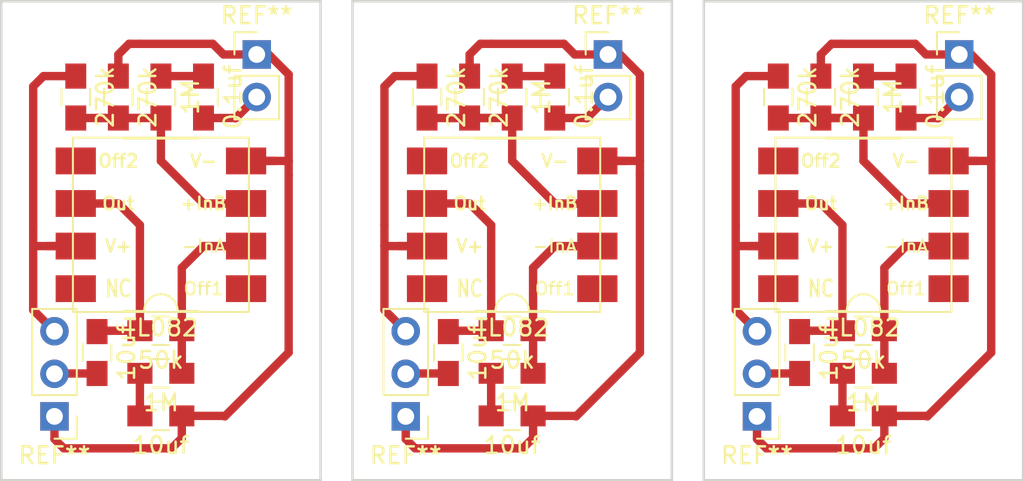
<source format=kicad_pcb>
(kicad_pcb (version 20171130) (host pcbnew "(5.1.4)-1")

  (general
    (thickness 1.6)
    (drawings 15)
    (tracks 150)
    (zones 0)
    (modules 36)
    (nets 1)
  )

  (page User 250.012 101.6)
  (layers
    (0 F.Cu signal hide)
    (31 B.Cu signal)
    (32 B.Adhes user hide)
    (33 F.Adhes user hide)
    (34 B.Paste user hide)
    (35 F.Paste user hide)
    (36 B.SilkS user hide)
    (37 F.SilkS user)
    (38 B.Mask user hide)
    (39 F.Mask user hide)
    (40 Dwgs.User user hide)
    (41 Cmts.User user hide)
    (42 Eco1.User user hide)
    (43 Eco2.User user hide)
    (44 Edge.Cuts user)
    (45 Margin user hide)
    (46 B.CrtYd user hide)
    (47 F.CrtYd user hide)
    (48 B.Fab user hide)
    (49 F.Fab user hide)
  )

  (setup
    (last_trace_width 0.5)
    (trace_clearance 0.2)
    (zone_clearance 0.508)
    (zone_45_only no)
    (trace_min 0.2)
    (via_size 2)
    (via_drill 0.8)
    (via_min_size 0.4)
    (via_min_drill 0.3)
    (uvia_size 0.3)
    (uvia_drill 0.1)
    (uvias_allowed no)
    (uvia_min_size 0.2)
    (uvia_min_drill 0.1)
    (edge_width 0.15)
    (segment_width 0.2)
    (pcb_text_width 0.3)
    (pcb_text_size 1.5 1.5)
    (mod_edge_width 0.15)
    (mod_text_size 1 1)
    (mod_text_width 0.15)
    (pad_size 2.4 1.6)
    (pad_drill 0.8)
    (pad_to_mask_clearance 0.2)
    (aux_axis_origin 12.7 88.9)
    (visible_elements 7FFFFFFF)
    (pcbplotparams
      (layerselection 0x01000_7fffffff)
      (usegerberextensions false)
      (usegerberattributes false)
      (usegerberadvancedattributes false)
      (creategerberjobfile false)
      (excludeedgelayer true)
      (linewidth 0.100000)
      (plotframeref false)
      (viasonmask false)
      (mode 1)
      (useauxorigin true)
      (hpglpennumber 1)
      (hpglpenspeed 20)
      (hpglpendiameter 15.000000)
      (psnegative false)
      (psa4output false)
      (plotreference true)
      (plotvalue true)
      (plotinvisibletext false)
      (padsonsilk false)
      (subtractmaskfromsilk false)
      (outputformat 1)
      (mirror false)
      (drillshape 0)
      (scaleselection 1)
      (outputdirectory "./hexGerb2"))
  )

  (net 0 "")

  (net_class Default "This is the default net class."
    (clearance 0.2)
    (trace_width 0.5)
    (via_dia 2)
    (via_drill 0.8)
    (uvia_dia 0.3)
    (uvia_drill 0.1)
  )

  (module Capacitors_SMD:C_0805_HandSoldering (layer F.Cu) (tedit 5B51EC48) (tstamp 5DC6FCFA)
    (at 64.765865 85.059641 180)
    (descr "Capacitor SMD 0805, hand soldering")
    (tags "capacitor 0805")
    (attr smd)
    (fp_text reference 10uf (at 0 -1.75 180) (layer F.SilkS)
      (effects (font (size 1 1) (thickness 0.15)))
    )
    (fp_text value C_0805_HandSoldering (at 0 1.75 180) (layer F.Fab)
      (effects (font (size 1 1) (thickness 0.15)))
    )
    (fp_text user %R (at 0 -1.75 180) (layer F.Fab)
      (effects (font (size 1 1) (thickness 0.15)))
    )
    (fp_line (start -1 0.62) (end -1 -0.62) (layer F.Fab) (width 0.1))
    (fp_line (start 1 0.62) (end -1 0.62) (layer F.Fab) (width 0.1))
    (fp_line (start 1 -0.62) (end 1 0.62) (layer F.Fab) (width 0.1))
    (fp_line (start -1 -0.62) (end 1 -0.62) (layer F.Fab) (width 0.1))
    (fp_line (start 0.5 -0.85) (end -0.5 -0.85) (layer F.SilkS) (width 0.12))
    (fp_line (start -0.5 0.85) (end 0.5 0.85) (layer F.SilkS) (width 0.12))
    (fp_line (start -2.25 -0.88) (end 2.25 -0.88) (layer F.CrtYd) (width 0.05))
    (fp_line (start -2.25 -0.88) (end -2.25 0.87) (layer F.CrtYd) (width 0.05))
    (fp_line (start 2.25 0.87) (end 2.25 -0.88) (layer F.CrtYd) (width 0.05))
    (fp_line (start 2.25 0.87) (end -2.25 0.87) (layer F.CrtYd) (width 0.05))
    (pad 1 smd rect (at -1.25 0 180) (size 1.5 1.25) (layers F.Cu F.Paste F.Mask))
    (pad 2 smd rect (at 1.25 0 180) (size 1.5 1.25) (layers F.Cu F.Paste F.Mask))
    (model Capacitors_SMD.3dshapes/C_0805.wrl
      (at (xyz 0 0 0))
      (scale (xyz 1 1 1))
      (rotate (xyz 0 0 0))
    )
  )

  (module Capacitors_SMD:C_0805_HandSoldering (layer F.Cu) (tedit 5B51E4C5) (tstamp 5DC6FCEA)
    (at 67.31 66.04 270)
    (descr "Capacitor SMD 0805, hand soldering")
    (tags "capacitor 0805")
    (attr smd)
    (fp_text reference 0.1uf (at 0 -1.75 270) (layer F.SilkS)
      (effects (font (size 1 1) (thickness 0.15)))
    )
    (fp_text value C_0805_HandSoldering (at 0 1.75 270) (layer F.Fab)
      (effects (font (size 1 1) (thickness 0.15)))
    )
    (fp_line (start 2.25 0.87) (end -2.25 0.87) (layer F.CrtYd) (width 0.05))
    (fp_line (start 2.25 0.87) (end 2.25 -0.88) (layer F.CrtYd) (width 0.05))
    (fp_line (start -2.25 -0.88) (end -2.25 0.87) (layer F.CrtYd) (width 0.05))
    (fp_line (start -2.25 -0.88) (end 2.25 -0.88) (layer F.CrtYd) (width 0.05))
    (fp_line (start -0.5 0.85) (end 0.5 0.85) (layer F.SilkS) (width 0.12))
    (fp_line (start 0.5 -0.85) (end -0.5 -0.85) (layer F.SilkS) (width 0.12))
    (fp_line (start -1 -0.62) (end 1 -0.62) (layer F.Fab) (width 0.1))
    (fp_line (start 1 -0.62) (end 1 0.62) (layer F.Fab) (width 0.1))
    (fp_line (start 1 0.62) (end -1 0.62) (layer F.Fab) (width 0.1))
    (fp_line (start -1 0.62) (end -1 -0.62) (layer F.Fab) (width 0.1))
    (fp_text user %R (at 0 -1.75 270) (layer F.Fab)
      (effects (font (size 1 1) (thickness 0.15)))
    )
    (pad 2 smd rect (at 1.25 0 270) (size 1.5 1.25) (layers F.Cu F.Paste F.Mask))
    (pad 1 smd rect (at -1.25 0 270) (size 1.5 1.25) (layers F.Cu F.Paste F.Mask))
    (model Capacitors_SMD.3dshapes/C_0805.wrl
      (at (xyz 0 0 0))
      (scale (xyz 1 1 1))
      (rotate (xyz 0 0 0))
    )
  )

  (module Connector_PinHeader_2.54mm:PinHeader_1x03_P2.54mm_Vertical (layer F.Cu) (tedit 59FED5CC) (tstamp 5DC6FCD4)
    (at 58.42 85.09 180)
    (descr "Through hole straight pin header, 1x03, 2.54mm pitch, single row")
    (tags "Through hole pin header THT 1x03 2.54mm single row")
    (fp_text reference REF** (at 0 -2.33) (layer F.SilkS)
      (effects (font (size 1 1) (thickness 0.15)))
    )
    (fp_text value PinHeader_1x03_P2.54mm_Vertical (at 0 7.41) (layer F.Fab)
      (effects (font (size 1 1) (thickness 0.15)))
    )
    (fp_line (start -0.635 -1.27) (end 1.27 -1.27) (layer F.Fab) (width 0.1))
    (fp_line (start 1.27 -1.27) (end 1.27 6.35) (layer F.Fab) (width 0.1))
    (fp_line (start 1.27 6.35) (end -1.27 6.35) (layer F.Fab) (width 0.1))
    (fp_line (start -1.27 6.35) (end -1.27 -0.635) (layer F.Fab) (width 0.1))
    (fp_line (start -1.27 -0.635) (end -0.635 -1.27) (layer F.Fab) (width 0.1))
    (fp_line (start -1.33 6.41) (end 1.33 6.41) (layer F.SilkS) (width 0.12))
    (fp_line (start -1.33 1.27) (end -1.33 6.41) (layer F.SilkS) (width 0.12))
    (fp_line (start 1.33 1.27) (end 1.33 6.41) (layer F.SilkS) (width 0.12))
    (fp_line (start -1.33 1.27) (end 1.33 1.27) (layer F.SilkS) (width 0.12))
    (fp_line (start -1.33 0) (end -1.33 -1.33) (layer F.SilkS) (width 0.12))
    (fp_line (start -1.33 -1.33) (end 0 -1.33) (layer F.SilkS) (width 0.12))
    (fp_line (start -1.8 -1.8) (end -1.8 6.85) (layer F.CrtYd) (width 0.05))
    (fp_line (start -1.8 6.85) (end 1.8 6.85) (layer F.CrtYd) (width 0.05))
    (fp_line (start 1.8 6.85) (end 1.8 -1.8) (layer F.CrtYd) (width 0.05))
    (fp_line (start 1.8 -1.8) (end -1.8 -1.8) (layer F.CrtYd) (width 0.05))
    (fp_text user %R (at 0 2.54 90) (layer F.Fab)
      (effects (font (size 1 1) (thickness 0.15)))
    )
    (pad 1 thru_hole rect (at 0 0 180) (size 1.7 1.7) (drill 1) (layers *.Cu *.Mask))
    (pad 2 thru_hole oval (at 0 2.54 180) (size 1.7 1.7) (drill 1) (layers *.Cu *.Mask))
    (pad 3 thru_hole oval (at 0 5.08 180) (size 1.7 1.7) (drill 1) (layers *.Cu *.Mask))
    (model ${KISYS3DMOD}/Connector_PinHeader_2.54mm.3dshapes/PinHeader_1x03_P2.54mm_Vertical.wrl
      (at (xyz 0 0 0))
      (scale (xyz 1 1 1))
      (rotate (xyz 0 0 0))
    )
  )

  (module Capacitors_SMD:C_0805_HandSoldering (layer F.Cu) (tedit 5B51EC48) (tstamp 5DC6FCC4)
    (at 60.96 81.28 270)
    (descr "Capacitor SMD 0805, hand soldering")
    (tags "capacitor 0805")
    (attr smd)
    (fp_text reference 10uf (at 0 -1.75 270) (layer F.SilkS)
      (effects (font (size 1 1) (thickness 0.15)))
    )
    (fp_text value C_0805_HandSoldering (at 0 1.75 270) (layer F.Fab)
      (effects (font (size 1 1) (thickness 0.15)))
    )
    (fp_line (start 2.25 0.87) (end -2.25 0.87) (layer F.CrtYd) (width 0.05))
    (fp_line (start 2.25 0.87) (end 2.25 -0.88) (layer F.CrtYd) (width 0.05))
    (fp_line (start -2.25 -0.88) (end -2.25 0.87) (layer F.CrtYd) (width 0.05))
    (fp_line (start -2.25 -0.88) (end 2.25 -0.88) (layer F.CrtYd) (width 0.05))
    (fp_line (start -0.5 0.85) (end 0.5 0.85) (layer F.SilkS) (width 0.12))
    (fp_line (start 0.5 -0.85) (end -0.5 -0.85) (layer F.SilkS) (width 0.12))
    (fp_line (start -1 -0.62) (end 1 -0.62) (layer F.Fab) (width 0.1))
    (fp_line (start 1 -0.62) (end 1 0.62) (layer F.Fab) (width 0.1))
    (fp_line (start 1 0.62) (end -1 0.62) (layer F.Fab) (width 0.1))
    (fp_line (start -1 0.62) (end -1 -0.62) (layer F.Fab) (width 0.1))
    (fp_text user %R (at 0 -1.75 270) (layer F.Fab)
      (effects (font (size 1 1) (thickness 0.15)))
    )
    (pad 2 smd rect (at 1.25 0 270) (size 1.5 1.25) (layers F.Cu F.Paste F.Mask))
    (pad 1 smd rect (at -1.25 0 270) (size 1.5 1.25) (layers F.Cu F.Paste F.Mask))
    (model Capacitors_SMD.3dshapes/C_0805.wrl
      (at (xyz 0 0 0))
      (scale (xyz 1 1 1))
      (rotate (xyz 0 0 0))
    )
  )

  (module Capacitors_SMD:C_0805_HandSoldering (layer F.Cu) (tedit 5B51EB29) (tstamp 5DC6FCB4)
    (at 62.23 66.04 270)
    (descr "Capacitor SMD 0805, hand soldering")
    (tags "capacitor 0805")
    (attr smd)
    (fp_text reference 270k (at 0 -1.75 270) (layer F.SilkS)
      (effects (font (size 1 1) (thickness 0.15)))
    )
    (fp_text value C_0805_HandSoldering (at 0 1.75 270) (layer F.Fab)
      (effects (font (size 1 1) (thickness 0.15)))
    )
    (fp_text user %R (at 0 -1.75 270) (layer F.Fab)
      (effects (font (size 1 1) (thickness 0.15)))
    )
    (fp_line (start -1 0.62) (end -1 -0.62) (layer F.Fab) (width 0.1))
    (fp_line (start 1 0.62) (end -1 0.62) (layer F.Fab) (width 0.1))
    (fp_line (start 1 -0.62) (end 1 0.62) (layer F.Fab) (width 0.1))
    (fp_line (start -1 -0.62) (end 1 -0.62) (layer F.Fab) (width 0.1))
    (fp_line (start 0.5 -0.85) (end -0.5 -0.85) (layer F.SilkS) (width 0.12))
    (fp_line (start -0.5 0.85) (end 0.5 0.85) (layer F.SilkS) (width 0.12))
    (fp_line (start -2.25 -0.88) (end 2.25 -0.88) (layer F.CrtYd) (width 0.05))
    (fp_line (start -2.25 -0.88) (end -2.25 0.87) (layer F.CrtYd) (width 0.05))
    (fp_line (start 2.25 0.87) (end 2.25 -0.88) (layer F.CrtYd) (width 0.05))
    (fp_line (start 2.25 0.87) (end -2.25 0.87) (layer F.CrtYd) (width 0.05))
    (pad 1 smd rect (at -1.25 0 270) (size 1.5 1.25) (layers F.Cu F.Paste F.Mask))
    (pad 2 smd rect (at 1.25 0 270) (size 1.5 1.25) (layers F.Cu F.Paste F.Mask))
    (model Capacitors_SMD.3dshapes/C_0805.wrl
      (at (xyz 0 0 0))
      (scale (xyz 1 1 1))
      (rotate (xyz 0 0 0))
    )
  )

  (module Capacitors_SMD:C_0805_HandSoldering (layer F.Cu) (tedit 5B51E9A2) (tstamp 5DC6FCA4)
    (at 64.765865 82.519641 180)
    (descr "Capacitor SMD 0805, hand soldering")
    (tags "capacitor 0805")
    (attr smd)
    (fp_text reference 1M (at -0.02 -1.75 180) (layer F.SilkS)
      (effects (font (size 1 1) (thickness 0.15)))
    )
    (fp_text value C_0805_HandSoldering (at 0 1.75 180) (layer F.Fab)
      (effects (font (size 1 1) (thickness 0.15)))
    )
    (fp_text user %R (at 0 -1.75 180) (layer F.Fab)
      (effects (font (size 1 1) (thickness 0.15)))
    )
    (fp_line (start -1 0.62) (end -1 -0.62) (layer F.Fab) (width 0.1))
    (fp_line (start 1 0.62) (end -1 0.62) (layer F.Fab) (width 0.1))
    (fp_line (start 1 -0.62) (end 1 0.62) (layer F.Fab) (width 0.1))
    (fp_line (start -1 -0.62) (end 1 -0.62) (layer F.Fab) (width 0.1))
    (fp_line (start 0.5 -0.85) (end -0.5 -0.85) (layer F.SilkS) (width 0.12))
    (fp_line (start -0.5 0.85) (end 0.5 0.85) (layer F.SilkS) (width 0.12))
    (fp_line (start -2.25 -0.88) (end 2.25 -0.88) (layer F.CrtYd) (width 0.05))
    (fp_line (start -2.25 -0.88) (end -2.25 0.87) (layer F.CrtYd) (width 0.05))
    (fp_line (start 2.25 0.87) (end 2.25 -0.88) (layer F.CrtYd) (width 0.05))
    (fp_line (start 2.25 0.87) (end -2.25 0.87) (layer F.CrtYd) (width 0.05))
    (pad 1 smd rect (at -1.25 0 180) (size 1.5 1.25) (layers F.Cu F.Paste F.Mask))
    (pad 2 smd rect (at 1.25 0 180) (size 1.5 1.25) (layers F.Cu F.Paste F.Mask))
    (model Capacitors_SMD.3dshapes/C_0805.wrl
      (at (xyz 0 0 0))
      (scale (xyz 1 1 1))
      (rotate (xyz 0 0 0))
    )
  )

  (module Capacitors_SMD:C_0805_HandSoldering (layer F.Cu) (tedit 5B51E8EB) (tstamp 5DC6FC94)
    (at 64.765865 79.979641 180)
    (descr "Capacitor SMD 0805, hand soldering")
    (tags "capacitor 0805")
    (attr smd)
    (fp_text reference 50k (at 0 -1.75 180) (layer F.SilkS)
      (effects (font (size 1 1) (thickness 0.15)))
    )
    (fp_text value C_0805_HandSoldering (at 0 1.75 180) (layer F.Fab)
      (effects (font (size 1 1) (thickness 0.15)))
    )
    (fp_line (start 2.25 0.87) (end -2.25 0.87) (layer F.CrtYd) (width 0.05))
    (fp_line (start 2.25 0.87) (end 2.25 -0.88) (layer F.CrtYd) (width 0.05))
    (fp_line (start -2.25 -0.88) (end -2.25 0.87) (layer F.CrtYd) (width 0.05))
    (fp_line (start -2.25 -0.88) (end 2.25 -0.88) (layer F.CrtYd) (width 0.05))
    (fp_line (start -0.5 0.85) (end 0.5 0.85) (layer F.SilkS) (width 0.12))
    (fp_line (start 0.5 -0.85) (end -0.5 -0.85) (layer F.SilkS) (width 0.12))
    (fp_line (start -1 -0.62) (end 1 -0.62) (layer F.Fab) (width 0.1))
    (fp_line (start 1 -0.62) (end 1 0.62) (layer F.Fab) (width 0.1))
    (fp_line (start 1 0.62) (end -1 0.62) (layer F.Fab) (width 0.1))
    (fp_line (start -1 0.62) (end -1 -0.62) (layer F.Fab) (width 0.1))
    (fp_text user %R (at 0 -1.75 180) (layer F.Fab)
      (effects (font (size 1 1) (thickness 0.15)))
    )
    (pad 2 smd rect (at 1.25 0 180) (size 1.5 1.25) (layers F.Cu F.Paste F.Mask))
    (pad 1 smd rect (at -1.25 0 180) (size 1.5 1.25) (layers F.Cu F.Paste F.Mask))
    (model Capacitors_SMD.3dshapes/C_0805.wrl
      (at (xyz 0 0 0))
      (scale (xyz 1 1 1))
      (rotate (xyz 0 0 0))
    )
  )

  (module Housings_DIP:DIP-8_W7.62mm_Socket_LongPads (layer F.Cu) (tedit 5DA7580F) (tstamp 5DC6FC6E)
    (at 68.58 77.47 180)
    (descr "8-lead though-hole mounted DIP package, row spacing 7.62 mm (300 mils), Socket, LongPads")
    (tags "THT DIP DIL PDIP 2.54mm 7.62mm 300mil Socket LongPads")
    (fp_text reference TL082 (at 3.81 -2.33) (layer F.SilkS)
      (effects (font (size 1 1) (thickness 0.15)))
    )
    (fp_text value DIP-8_W7.62mm_Socket_LongPads (at 1.27 11.43) (layer F.Fab)
      (effects (font (size 1 1) (thickness 0.15)))
    )
    (fp_text user Out (at 6.35 5.08) (layer F.SilkS)
      (effects (font (size 0.75 0.75) (thickness 0.15)))
    )
    (fp_text user V+ (at 6.35 2.54) (layer F.SilkS)
      (effects (font (size 0.75 0.75) (thickness 0.15)))
    )
    (fp_text user NC (at 6.35 0) (layer F.SilkS)
      (effects (font (size 1 0.75) (thickness 0.15)))
    )
    (fp_text user V- (at 1.27 7.62) (layer F.SilkS)
      (effects (font (size 0.75 0.75) (thickness 0.15)))
    )
    (fp_text user Off2 (at 6.35 7.62) (layer F.SilkS)
      (effects (font (size 0.75 0.75) (thickness 0.15)))
    )
    (fp_text user +InB (at 1.27 5.08) (layer F.SilkS)
      (effects (font (size 0.75 0.75) (thickness 0.15)))
    )
    (fp_text user -InA (at 1.27 2.54) (layer F.SilkS)
      (effects (font (size 0.75 0.75) (thickness 0.125)))
    )
    (fp_text user Off1 (at 1.27 0) (layer F.SilkS)
      (effects (font (size 0.75 0.75) (thickness 0.125)))
    )
    (fp_text user "" (at 3.81 5.08) (layer F.Fab)
      (effects (font (size 0.8 0.8) (thickness 0.15)))
    )
    (fp_line (start 9.15 -1.6) (end -1.55 -1.6) (layer F.CrtYd) (width 0.05))
    (fp_line (start 9.15 9.2) (end 9.15 -1.6) (layer F.CrtYd) (width 0.05))
    (fp_line (start -1.55 9.2) (end 9.15 9.2) (layer F.CrtYd) (width 0.05))
    (fp_line (start -1.55 -1.6) (end -1.55 9.2) (layer F.CrtYd) (width 0.05))
    (fp_line (start 9.06 -1.39) (end -1.44 -1.39) (layer F.SilkS) (width 0.12))
    (fp_line (start 9.06 9.01) (end 9.06 -1.39) (layer F.SilkS) (width 0.12))
    (fp_line (start -1.44 9.01) (end 9.06 9.01) (layer F.SilkS) (width 0.12))
    (fp_line (start -1.44 -1.39) (end -1.44 9.01) (layer F.SilkS) (width 0.12))
    (fp_line (start 6.06 -1.33) (end 4.81 -1.33) (layer F.SilkS) (width 0.12))
    (fp_line (start 1.56 8.95) (end 6.06 8.95) (layer F.SilkS) (width 0.12))
    (fp_line (start 2.81 -1.33) (end 1.56 -1.33) (layer F.SilkS) (width 0.12))
    (fp_line (start 8.89 -1.33) (end -1.27 -1.33) (layer F.Fab) (width 0.1))
    (fp_line (start 8.89 8.95) (end 8.89 -1.33) (layer F.Fab) (width 0.1))
    (fp_line (start -1.27 8.95) (end 8.89 8.95) (layer F.Fab) (width 0.1))
    (fp_line (start -1.27 -1.33) (end -1.27 8.95) (layer F.Fab) (width 0.1))
    (fp_line (start 6.985 8.89) (end 0.635 8.89) (layer F.Fab) (width 0.1))
    (fp_line (start 1.635 -1.27) (end 6.985 -1.27) (layer F.Fab) (width 0.1))
    (fp_arc (start 3.81 -1.33) (end 2.81 -1.33) (angle -180) (layer F.SilkS) (width 0.12))
    (pad 8 smd rect (at 8.89 0 180) (size 2.4 1.6) (layers F.Cu F.Paste F.Mask))
    (pad 4 smd rect (at -1.27 7.62 180) (size 2.4 1.6) (layers F.Cu F.Paste F.Mask))
    (pad 7 smd rect (at 8.89 2.54 180) (size 2.4 1.6) (layers F.Cu F.Paste F.Mask))
    (pad 3 smd trapezoid (at -1.27 5.08 180) (size 2.4 1.6) (layers F.Cu F.Paste F.Mask))
    (pad 6 smd rect (at 8.89 5.08 180) (size 2.4 1.6) (layers F.Cu F.Paste F.Mask))
    (pad 2 smd rect (at -1.27 2.54 180) (size 2.4 1.6) (layers F.Cu F.Paste F.Mask))
    (pad 5 smd rect (at 8.89 7.62 180) (size 2.4 1.6) (layers F.Cu F.Paste F.Mask))
    (pad 1 smd rect (at -1.27 0 180) (size 2.4 1.6) (layers F.Cu F.Paste F.Mask))
    (model ${KISYS3DMOD}/Housings_DIP.3dshapes/DIP-8_W7.62mm_Socket.wrl
      (at (xyz 0 0 0))
      (scale (xyz 1 1 1))
      (rotate (xyz 0 0 0))
    )
  )

  (module Capacitors_SMD:C_0805_HandSoldering (layer F.Cu) (tedit 5B51EB29) (tstamp 5DC6FC5E)
    (at 59.69 66.04 270)
    (descr "Capacitor SMD 0805, hand soldering")
    (tags "capacitor 0805")
    (attr smd)
    (fp_text reference 270k (at 0 -1.75 270) (layer F.SilkS)
      (effects (font (size 1 1) (thickness 0.15)))
    )
    (fp_text value C_0805_HandSoldering (at 0 1.75 270) (layer F.Fab)
      (effects (font (size 1 1) (thickness 0.15)))
    )
    (fp_line (start 2.25 0.87) (end -2.25 0.87) (layer F.CrtYd) (width 0.05))
    (fp_line (start 2.25 0.87) (end 2.25 -0.88) (layer F.CrtYd) (width 0.05))
    (fp_line (start -2.25 -0.88) (end -2.25 0.87) (layer F.CrtYd) (width 0.05))
    (fp_line (start -2.25 -0.88) (end 2.25 -0.88) (layer F.CrtYd) (width 0.05))
    (fp_line (start -0.5 0.85) (end 0.5 0.85) (layer F.SilkS) (width 0.12))
    (fp_line (start 0.5 -0.85) (end -0.5 -0.85) (layer F.SilkS) (width 0.12))
    (fp_line (start -1 -0.62) (end 1 -0.62) (layer F.Fab) (width 0.1))
    (fp_line (start 1 -0.62) (end 1 0.62) (layer F.Fab) (width 0.1))
    (fp_line (start 1 0.62) (end -1 0.62) (layer F.Fab) (width 0.1))
    (fp_line (start -1 0.62) (end -1 -0.62) (layer F.Fab) (width 0.1))
    (fp_text user %R (at 0 -1.75 270) (layer F.Fab)
      (effects (font (size 1 1) (thickness 0.15)))
    )
    (pad 2 smd rect (at 1.25 0 270) (size 1.5 1.25) (layers F.Cu F.Paste F.Mask))
    (pad 1 smd rect (at -1.25 0 270) (size 1.5 1.25) (layers F.Cu F.Paste F.Mask))
    (model Capacitors_SMD.3dshapes/C_0805.wrl
      (at (xyz 0 0 0))
      (scale (xyz 1 1 1))
      (rotate (xyz 0 0 0))
    )
  )

  (module Connector_PinHeader_2.54mm:PinHeader_1x02_P2.54mm_Vertical (layer F.Cu) (tedit 59FED5CC) (tstamp 5DC6FC49)
    (at 70.485 63.5)
    (descr "Through hole straight pin header, 1x02, 2.54mm pitch, single row")
    (tags "Through hole pin header THT 1x02 2.54mm single row")
    (fp_text reference REF** (at 0 -2.33) (layer F.SilkS)
      (effects (font (size 1 1) (thickness 0.15)))
    )
    (fp_text value PinHeader_1x02_P2.54mm_Vertical (at 0 4.87) (layer F.Fab)
      (effects (font (size 1 1) (thickness 0.15)))
    )
    (fp_text user %R (at 0 1.27 90) (layer F.Fab)
      (effects (font (size 1 1) (thickness 0.15)))
    )
    (fp_line (start 1.8 -1.8) (end -1.8 -1.8) (layer F.CrtYd) (width 0.05))
    (fp_line (start 1.8 4.35) (end 1.8 -1.8) (layer F.CrtYd) (width 0.05))
    (fp_line (start -1.8 4.35) (end 1.8 4.35) (layer F.CrtYd) (width 0.05))
    (fp_line (start -1.8 -1.8) (end -1.8 4.35) (layer F.CrtYd) (width 0.05))
    (fp_line (start -1.33 -1.33) (end 0 -1.33) (layer F.SilkS) (width 0.12))
    (fp_line (start -1.33 0) (end -1.33 -1.33) (layer F.SilkS) (width 0.12))
    (fp_line (start -1.33 1.27) (end 1.33 1.27) (layer F.SilkS) (width 0.12))
    (fp_line (start 1.33 1.27) (end 1.33 3.87) (layer F.SilkS) (width 0.12))
    (fp_line (start -1.33 1.27) (end -1.33 3.87) (layer F.SilkS) (width 0.12))
    (fp_line (start -1.33 3.87) (end 1.33 3.87) (layer F.SilkS) (width 0.12))
    (fp_line (start -1.27 -0.635) (end -0.635 -1.27) (layer F.Fab) (width 0.1))
    (fp_line (start -1.27 3.81) (end -1.27 -0.635) (layer F.Fab) (width 0.1))
    (fp_line (start 1.27 3.81) (end -1.27 3.81) (layer F.Fab) (width 0.1))
    (fp_line (start 1.27 -1.27) (end 1.27 3.81) (layer F.Fab) (width 0.1))
    (fp_line (start -0.635 -1.27) (end 1.27 -1.27) (layer F.Fab) (width 0.1))
    (pad 2 thru_hole oval (at 0 2.54) (size 1.7 1.7) (drill 1) (layers *.Cu *.Mask))
    (pad 1 thru_hole rect (at 0 0) (size 1.7 1.7) (drill 1) (layers *.Cu *.Mask))
    (model ${KISYS3DMOD}/Connector_PinHeader_2.54mm.3dshapes/PinHeader_1x02_P2.54mm_Vertical.wrl
      (at (xyz 0 0 0))
      (scale (xyz 1 1 1))
      (rotate (xyz 0 0 0))
    )
  )

  (module Capacitors_SMD:C_0805_HandSoldering (layer F.Cu) (tedit 5B51EB29) (tstamp 5DC6FC39)
    (at 64.77 66.04 270)
    (descr "Capacitor SMD 0805, hand soldering")
    (tags "capacitor 0805")
    (attr smd)
    (fp_text reference 1M (at 0 -1.75 270) (layer F.SilkS)
      (effects (font (size 1 1) (thickness 0.15)))
    )
    (fp_text value C_0805_HandSoldering (at 0 1.75 270) (layer F.Fab)
      (effects (font (size 1 1) (thickness 0.15)))
    )
    (fp_line (start 2.25 0.87) (end -2.25 0.87) (layer F.CrtYd) (width 0.05))
    (fp_line (start 2.25 0.87) (end 2.25 -0.88) (layer F.CrtYd) (width 0.05))
    (fp_line (start -2.25 -0.88) (end -2.25 0.87) (layer F.CrtYd) (width 0.05))
    (fp_line (start -2.25 -0.88) (end 2.25 -0.88) (layer F.CrtYd) (width 0.05))
    (fp_line (start -0.5 0.85) (end 0.5 0.85) (layer F.SilkS) (width 0.12))
    (fp_line (start 0.5 -0.85) (end -0.5 -0.85) (layer F.SilkS) (width 0.12))
    (fp_line (start -1 -0.62) (end 1 -0.62) (layer F.Fab) (width 0.1))
    (fp_line (start 1 -0.62) (end 1 0.62) (layer F.Fab) (width 0.1))
    (fp_line (start 1 0.62) (end -1 0.62) (layer F.Fab) (width 0.1))
    (fp_line (start -1 0.62) (end -1 -0.62) (layer F.Fab) (width 0.1))
    (fp_text user %R (at 0 -1.75 270) (layer F.Fab)
      (effects (font (size 1 1) (thickness 0.15)))
    )
    (pad 2 smd rect (at 1.25 0 270) (size 1.5 1.25) (layers F.Cu F.Paste F.Mask))
    (pad 1 smd rect (at -1.25 0 270) (size 1.5 1.25) (layers F.Cu F.Paste F.Mask))
    (model Capacitors_SMD.3dshapes/C_0805.wrl
      (at (xyz 0 0 0))
      (scale (xyz 1 1 1))
      (rotate (xyz 0 0 0))
    )
  )

  (module Capacitors_SMD:C_0805_HandSoldering (layer F.Cu) (tedit 5B51EC48) (tstamp 5DC6FCFA)
    (at 43.810865 85.059641 180)
    (descr "Capacitor SMD 0805, hand soldering")
    (tags "capacitor 0805")
    (attr smd)
    (fp_text reference 10uf (at 0 -1.75 180) (layer F.SilkS)
      (effects (font (size 1 1) (thickness 0.15)))
    )
    (fp_text value C_0805_HandSoldering (at 0 1.75 180) (layer F.Fab)
      (effects (font (size 1 1) (thickness 0.15)))
    )
    (fp_text user %R (at 0 -1.75 180) (layer F.Fab)
      (effects (font (size 1 1) (thickness 0.15)))
    )
    (fp_line (start -1 0.62) (end -1 -0.62) (layer F.Fab) (width 0.1))
    (fp_line (start 1 0.62) (end -1 0.62) (layer F.Fab) (width 0.1))
    (fp_line (start 1 -0.62) (end 1 0.62) (layer F.Fab) (width 0.1))
    (fp_line (start -1 -0.62) (end 1 -0.62) (layer F.Fab) (width 0.1))
    (fp_line (start 0.5 -0.85) (end -0.5 -0.85) (layer F.SilkS) (width 0.12))
    (fp_line (start -0.5 0.85) (end 0.5 0.85) (layer F.SilkS) (width 0.12))
    (fp_line (start -2.25 -0.88) (end 2.25 -0.88) (layer F.CrtYd) (width 0.05))
    (fp_line (start -2.25 -0.88) (end -2.25 0.87) (layer F.CrtYd) (width 0.05))
    (fp_line (start 2.25 0.87) (end 2.25 -0.88) (layer F.CrtYd) (width 0.05))
    (fp_line (start 2.25 0.87) (end -2.25 0.87) (layer F.CrtYd) (width 0.05))
    (pad 1 smd rect (at -1.25 0 180) (size 1.5 1.25) (layers F.Cu F.Paste F.Mask))
    (pad 2 smd rect (at 1.25 0 180) (size 1.5 1.25) (layers F.Cu F.Paste F.Mask))
    (model Capacitors_SMD.3dshapes/C_0805.wrl
      (at (xyz 0 0 0))
      (scale (xyz 1 1 1))
      (rotate (xyz 0 0 0))
    )
  )

  (module Capacitors_SMD:C_0805_HandSoldering (layer F.Cu) (tedit 5B51E4C5) (tstamp 5DC6FCEA)
    (at 46.355 66.04 270)
    (descr "Capacitor SMD 0805, hand soldering")
    (tags "capacitor 0805")
    (attr smd)
    (fp_text reference 0.1uf (at 0 -1.75 270) (layer F.SilkS)
      (effects (font (size 1 1) (thickness 0.15)))
    )
    (fp_text value C_0805_HandSoldering (at 0 1.75 270) (layer F.Fab)
      (effects (font (size 1 1) (thickness 0.15)))
    )
    (fp_line (start 2.25 0.87) (end -2.25 0.87) (layer F.CrtYd) (width 0.05))
    (fp_line (start 2.25 0.87) (end 2.25 -0.88) (layer F.CrtYd) (width 0.05))
    (fp_line (start -2.25 -0.88) (end -2.25 0.87) (layer F.CrtYd) (width 0.05))
    (fp_line (start -2.25 -0.88) (end 2.25 -0.88) (layer F.CrtYd) (width 0.05))
    (fp_line (start -0.5 0.85) (end 0.5 0.85) (layer F.SilkS) (width 0.12))
    (fp_line (start 0.5 -0.85) (end -0.5 -0.85) (layer F.SilkS) (width 0.12))
    (fp_line (start -1 -0.62) (end 1 -0.62) (layer F.Fab) (width 0.1))
    (fp_line (start 1 -0.62) (end 1 0.62) (layer F.Fab) (width 0.1))
    (fp_line (start 1 0.62) (end -1 0.62) (layer F.Fab) (width 0.1))
    (fp_line (start -1 0.62) (end -1 -0.62) (layer F.Fab) (width 0.1))
    (fp_text user %R (at 0 -1.75 270) (layer F.Fab)
      (effects (font (size 1 1) (thickness 0.15)))
    )
    (pad 2 smd rect (at 1.25 0 270) (size 1.5 1.25) (layers F.Cu F.Paste F.Mask))
    (pad 1 smd rect (at -1.25 0 270) (size 1.5 1.25) (layers F.Cu F.Paste F.Mask))
    (model Capacitors_SMD.3dshapes/C_0805.wrl
      (at (xyz 0 0 0))
      (scale (xyz 1 1 1))
      (rotate (xyz 0 0 0))
    )
  )

  (module Connector_PinHeader_2.54mm:PinHeader_1x03_P2.54mm_Vertical (layer F.Cu) (tedit 59FED5CC) (tstamp 5DC6FCD4)
    (at 37.465 85.09 180)
    (descr "Through hole straight pin header, 1x03, 2.54mm pitch, single row")
    (tags "Through hole pin header THT 1x03 2.54mm single row")
    (fp_text reference REF** (at 0 -2.33) (layer F.SilkS)
      (effects (font (size 1 1) (thickness 0.15)))
    )
    (fp_text value PinHeader_1x03_P2.54mm_Vertical (at 0 7.41) (layer F.Fab)
      (effects (font (size 1 1) (thickness 0.15)))
    )
    (fp_line (start -0.635 -1.27) (end 1.27 -1.27) (layer F.Fab) (width 0.1))
    (fp_line (start 1.27 -1.27) (end 1.27 6.35) (layer F.Fab) (width 0.1))
    (fp_line (start 1.27 6.35) (end -1.27 6.35) (layer F.Fab) (width 0.1))
    (fp_line (start -1.27 6.35) (end -1.27 -0.635) (layer F.Fab) (width 0.1))
    (fp_line (start -1.27 -0.635) (end -0.635 -1.27) (layer F.Fab) (width 0.1))
    (fp_line (start -1.33 6.41) (end 1.33 6.41) (layer F.SilkS) (width 0.12))
    (fp_line (start -1.33 1.27) (end -1.33 6.41) (layer F.SilkS) (width 0.12))
    (fp_line (start 1.33 1.27) (end 1.33 6.41) (layer F.SilkS) (width 0.12))
    (fp_line (start -1.33 1.27) (end 1.33 1.27) (layer F.SilkS) (width 0.12))
    (fp_line (start -1.33 0) (end -1.33 -1.33) (layer F.SilkS) (width 0.12))
    (fp_line (start -1.33 -1.33) (end 0 -1.33) (layer F.SilkS) (width 0.12))
    (fp_line (start -1.8 -1.8) (end -1.8 6.85) (layer F.CrtYd) (width 0.05))
    (fp_line (start -1.8 6.85) (end 1.8 6.85) (layer F.CrtYd) (width 0.05))
    (fp_line (start 1.8 6.85) (end 1.8 -1.8) (layer F.CrtYd) (width 0.05))
    (fp_line (start 1.8 -1.8) (end -1.8 -1.8) (layer F.CrtYd) (width 0.05))
    (fp_text user %R (at 0 2.54 90) (layer F.Fab)
      (effects (font (size 1 1) (thickness 0.15)))
    )
    (pad 1 thru_hole rect (at 0 0 180) (size 1.7 1.7) (drill 1) (layers *.Cu *.Mask))
    (pad 2 thru_hole oval (at 0 2.54 180) (size 1.7 1.7) (drill 1) (layers *.Cu *.Mask))
    (pad 3 thru_hole oval (at 0 5.08 180) (size 1.7 1.7) (drill 1) (layers *.Cu *.Mask))
    (model ${KISYS3DMOD}/Connector_PinHeader_2.54mm.3dshapes/PinHeader_1x03_P2.54mm_Vertical.wrl
      (at (xyz 0 0 0))
      (scale (xyz 1 1 1))
      (rotate (xyz 0 0 0))
    )
  )

  (module Capacitors_SMD:C_0805_HandSoldering (layer F.Cu) (tedit 5B51EC48) (tstamp 5DC6FCC4)
    (at 40.005 81.28 270)
    (descr "Capacitor SMD 0805, hand soldering")
    (tags "capacitor 0805")
    (attr smd)
    (fp_text reference 10uf (at 0 -1.75 270) (layer F.SilkS)
      (effects (font (size 1 1) (thickness 0.15)))
    )
    (fp_text value C_0805_HandSoldering (at 0 1.75 270) (layer F.Fab)
      (effects (font (size 1 1) (thickness 0.15)))
    )
    (fp_line (start 2.25 0.87) (end -2.25 0.87) (layer F.CrtYd) (width 0.05))
    (fp_line (start 2.25 0.87) (end 2.25 -0.88) (layer F.CrtYd) (width 0.05))
    (fp_line (start -2.25 -0.88) (end -2.25 0.87) (layer F.CrtYd) (width 0.05))
    (fp_line (start -2.25 -0.88) (end 2.25 -0.88) (layer F.CrtYd) (width 0.05))
    (fp_line (start -0.5 0.85) (end 0.5 0.85) (layer F.SilkS) (width 0.12))
    (fp_line (start 0.5 -0.85) (end -0.5 -0.85) (layer F.SilkS) (width 0.12))
    (fp_line (start -1 -0.62) (end 1 -0.62) (layer F.Fab) (width 0.1))
    (fp_line (start 1 -0.62) (end 1 0.62) (layer F.Fab) (width 0.1))
    (fp_line (start 1 0.62) (end -1 0.62) (layer F.Fab) (width 0.1))
    (fp_line (start -1 0.62) (end -1 -0.62) (layer F.Fab) (width 0.1))
    (fp_text user %R (at 0 -1.75 270) (layer F.Fab)
      (effects (font (size 1 1) (thickness 0.15)))
    )
    (pad 2 smd rect (at 1.25 0 270) (size 1.5 1.25) (layers F.Cu F.Paste F.Mask))
    (pad 1 smd rect (at -1.25 0 270) (size 1.5 1.25) (layers F.Cu F.Paste F.Mask))
    (model Capacitors_SMD.3dshapes/C_0805.wrl
      (at (xyz 0 0 0))
      (scale (xyz 1 1 1))
      (rotate (xyz 0 0 0))
    )
  )

  (module Capacitors_SMD:C_0805_HandSoldering (layer F.Cu) (tedit 5B51EB29) (tstamp 5DC6FCB4)
    (at 41.275 66.04 270)
    (descr "Capacitor SMD 0805, hand soldering")
    (tags "capacitor 0805")
    (attr smd)
    (fp_text reference 270k (at 0 -1.75 270) (layer F.SilkS)
      (effects (font (size 1 1) (thickness 0.15)))
    )
    (fp_text value C_0805_HandSoldering (at 0 1.75 270) (layer F.Fab)
      (effects (font (size 1 1) (thickness 0.15)))
    )
    (fp_text user %R (at 0 -1.75 270) (layer F.Fab)
      (effects (font (size 1 1) (thickness 0.15)))
    )
    (fp_line (start -1 0.62) (end -1 -0.62) (layer F.Fab) (width 0.1))
    (fp_line (start 1 0.62) (end -1 0.62) (layer F.Fab) (width 0.1))
    (fp_line (start 1 -0.62) (end 1 0.62) (layer F.Fab) (width 0.1))
    (fp_line (start -1 -0.62) (end 1 -0.62) (layer F.Fab) (width 0.1))
    (fp_line (start 0.5 -0.85) (end -0.5 -0.85) (layer F.SilkS) (width 0.12))
    (fp_line (start -0.5 0.85) (end 0.5 0.85) (layer F.SilkS) (width 0.12))
    (fp_line (start -2.25 -0.88) (end 2.25 -0.88) (layer F.CrtYd) (width 0.05))
    (fp_line (start -2.25 -0.88) (end -2.25 0.87) (layer F.CrtYd) (width 0.05))
    (fp_line (start 2.25 0.87) (end 2.25 -0.88) (layer F.CrtYd) (width 0.05))
    (fp_line (start 2.25 0.87) (end -2.25 0.87) (layer F.CrtYd) (width 0.05))
    (pad 1 smd rect (at -1.25 0 270) (size 1.5 1.25) (layers F.Cu F.Paste F.Mask))
    (pad 2 smd rect (at 1.25 0 270) (size 1.5 1.25) (layers F.Cu F.Paste F.Mask))
    (model Capacitors_SMD.3dshapes/C_0805.wrl
      (at (xyz 0 0 0))
      (scale (xyz 1 1 1))
      (rotate (xyz 0 0 0))
    )
  )

  (module Capacitors_SMD:C_0805_HandSoldering (layer F.Cu) (tedit 5B51E9A2) (tstamp 5DC6FCA4)
    (at 43.810865 82.519641 180)
    (descr "Capacitor SMD 0805, hand soldering")
    (tags "capacitor 0805")
    (attr smd)
    (fp_text reference 1M (at -0.02 -1.75 180) (layer F.SilkS)
      (effects (font (size 1 1) (thickness 0.15)))
    )
    (fp_text value C_0805_HandSoldering (at 0 1.75 180) (layer F.Fab)
      (effects (font (size 1 1) (thickness 0.15)))
    )
    (fp_text user %R (at 0 -1.75 180) (layer F.Fab)
      (effects (font (size 1 1) (thickness 0.15)))
    )
    (fp_line (start -1 0.62) (end -1 -0.62) (layer F.Fab) (width 0.1))
    (fp_line (start 1 0.62) (end -1 0.62) (layer F.Fab) (width 0.1))
    (fp_line (start 1 -0.62) (end 1 0.62) (layer F.Fab) (width 0.1))
    (fp_line (start -1 -0.62) (end 1 -0.62) (layer F.Fab) (width 0.1))
    (fp_line (start 0.5 -0.85) (end -0.5 -0.85) (layer F.SilkS) (width 0.12))
    (fp_line (start -0.5 0.85) (end 0.5 0.85) (layer F.SilkS) (width 0.12))
    (fp_line (start -2.25 -0.88) (end 2.25 -0.88) (layer F.CrtYd) (width 0.05))
    (fp_line (start -2.25 -0.88) (end -2.25 0.87) (layer F.CrtYd) (width 0.05))
    (fp_line (start 2.25 0.87) (end 2.25 -0.88) (layer F.CrtYd) (width 0.05))
    (fp_line (start 2.25 0.87) (end -2.25 0.87) (layer F.CrtYd) (width 0.05))
    (pad 1 smd rect (at -1.25 0 180) (size 1.5 1.25) (layers F.Cu F.Paste F.Mask))
    (pad 2 smd rect (at 1.25 0 180) (size 1.5 1.25) (layers F.Cu F.Paste F.Mask))
    (model Capacitors_SMD.3dshapes/C_0805.wrl
      (at (xyz 0 0 0))
      (scale (xyz 1 1 1))
      (rotate (xyz 0 0 0))
    )
  )

  (module Capacitors_SMD:C_0805_HandSoldering (layer F.Cu) (tedit 5B51E8EB) (tstamp 5DC6FC94)
    (at 43.810865 79.979641 180)
    (descr "Capacitor SMD 0805, hand soldering")
    (tags "capacitor 0805")
    (attr smd)
    (fp_text reference 50k (at 0 -1.75 180) (layer F.SilkS)
      (effects (font (size 1 1) (thickness 0.15)))
    )
    (fp_text value C_0805_HandSoldering (at 0 1.75 180) (layer F.Fab)
      (effects (font (size 1 1) (thickness 0.15)))
    )
    (fp_line (start 2.25 0.87) (end -2.25 0.87) (layer F.CrtYd) (width 0.05))
    (fp_line (start 2.25 0.87) (end 2.25 -0.88) (layer F.CrtYd) (width 0.05))
    (fp_line (start -2.25 -0.88) (end -2.25 0.87) (layer F.CrtYd) (width 0.05))
    (fp_line (start -2.25 -0.88) (end 2.25 -0.88) (layer F.CrtYd) (width 0.05))
    (fp_line (start -0.5 0.85) (end 0.5 0.85) (layer F.SilkS) (width 0.12))
    (fp_line (start 0.5 -0.85) (end -0.5 -0.85) (layer F.SilkS) (width 0.12))
    (fp_line (start -1 -0.62) (end 1 -0.62) (layer F.Fab) (width 0.1))
    (fp_line (start 1 -0.62) (end 1 0.62) (layer F.Fab) (width 0.1))
    (fp_line (start 1 0.62) (end -1 0.62) (layer F.Fab) (width 0.1))
    (fp_line (start -1 0.62) (end -1 -0.62) (layer F.Fab) (width 0.1))
    (fp_text user %R (at 0 -1.75 180) (layer F.Fab)
      (effects (font (size 1 1) (thickness 0.15)))
    )
    (pad 2 smd rect (at 1.25 0 180) (size 1.5 1.25) (layers F.Cu F.Paste F.Mask))
    (pad 1 smd rect (at -1.25 0 180) (size 1.5 1.25) (layers F.Cu F.Paste F.Mask))
    (model Capacitors_SMD.3dshapes/C_0805.wrl
      (at (xyz 0 0 0))
      (scale (xyz 1 1 1))
      (rotate (xyz 0 0 0))
    )
  )

  (module Housings_DIP:DIP-8_W7.62mm_Socket_LongPads (layer F.Cu) (tedit 5DA7580F) (tstamp 5DC6FC6E)
    (at 47.625 77.47 180)
    (descr "8-lead though-hole mounted DIP package, row spacing 7.62 mm (300 mils), Socket, LongPads")
    (tags "THT DIP DIL PDIP 2.54mm 7.62mm 300mil Socket LongPads")
    (fp_text reference TL082 (at 3.81 -2.33) (layer F.SilkS)
      (effects (font (size 1 1) (thickness 0.15)))
    )
    (fp_text value DIP-8_W7.62mm_Socket_LongPads (at 1.27 11.43) (layer F.Fab)
      (effects (font (size 1 1) (thickness 0.15)))
    )
    (fp_text user Out (at 6.35 5.08) (layer F.SilkS)
      (effects (font (size 0.75 0.75) (thickness 0.15)))
    )
    (fp_text user V+ (at 6.35 2.54) (layer F.SilkS)
      (effects (font (size 0.75 0.75) (thickness 0.15)))
    )
    (fp_text user NC (at 6.35 0) (layer F.SilkS)
      (effects (font (size 1 0.75) (thickness 0.15)))
    )
    (fp_text user V- (at 1.27 7.62) (layer F.SilkS)
      (effects (font (size 0.75 0.75) (thickness 0.15)))
    )
    (fp_text user Off2 (at 6.35 7.62) (layer F.SilkS)
      (effects (font (size 0.75 0.75) (thickness 0.15)))
    )
    (fp_text user +InB (at 1.27 5.08) (layer F.SilkS)
      (effects (font (size 0.75 0.75) (thickness 0.15)))
    )
    (fp_text user -InA (at 1.27 2.54) (layer F.SilkS)
      (effects (font (size 0.75 0.75) (thickness 0.125)))
    )
    (fp_text user Off1 (at 1.27 0) (layer F.SilkS)
      (effects (font (size 0.75 0.75) (thickness 0.125)))
    )
    (fp_text user "" (at 3.81 5.08) (layer F.Fab)
      (effects (font (size 0.8 0.8) (thickness 0.15)))
    )
    (fp_line (start 9.15 -1.6) (end -1.55 -1.6) (layer F.CrtYd) (width 0.05))
    (fp_line (start 9.15 9.2) (end 9.15 -1.6) (layer F.CrtYd) (width 0.05))
    (fp_line (start -1.55 9.2) (end 9.15 9.2) (layer F.CrtYd) (width 0.05))
    (fp_line (start -1.55 -1.6) (end -1.55 9.2) (layer F.CrtYd) (width 0.05))
    (fp_line (start 9.06 -1.39) (end -1.44 -1.39) (layer F.SilkS) (width 0.12))
    (fp_line (start 9.06 9.01) (end 9.06 -1.39) (layer F.SilkS) (width 0.12))
    (fp_line (start -1.44 9.01) (end 9.06 9.01) (layer F.SilkS) (width 0.12))
    (fp_line (start -1.44 -1.39) (end -1.44 9.01) (layer F.SilkS) (width 0.12))
    (fp_line (start 6.06 -1.33) (end 4.81 -1.33) (layer F.SilkS) (width 0.12))
    (fp_line (start 1.56 8.95) (end 6.06 8.95) (layer F.SilkS) (width 0.12))
    (fp_line (start 2.81 -1.33) (end 1.56 -1.33) (layer F.SilkS) (width 0.12))
    (fp_line (start 8.89 -1.33) (end -1.27 -1.33) (layer F.Fab) (width 0.1))
    (fp_line (start 8.89 8.95) (end 8.89 -1.33) (layer F.Fab) (width 0.1))
    (fp_line (start -1.27 8.95) (end 8.89 8.95) (layer F.Fab) (width 0.1))
    (fp_line (start -1.27 -1.33) (end -1.27 8.95) (layer F.Fab) (width 0.1))
    (fp_line (start 6.985 8.89) (end 0.635 8.89) (layer F.Fab) (width 0.1))
    (fp_line (start 1.635 -1.27) (end 6.985 -1.27) (layer F.Fab) (width 0.1))
    (fp_arc (start 3.81 -1.33) (end 2.81 -1.33) (angle -180) (layer F.SilkS) (width 0.12))
    (pad 8 smd rect (at 8.89 0 180) (size 2.4 1.6) (layers F.Cu F.Paste F.Mask))
    (pad 4 smd rect (at -1.27 7.62 180) (size 2.4 1.6) (layers F.Cu F.Paste F.Mask))
    (pad 7 smd rect (at 8.89 2.54 180) (size 2.4 1.6) (layers F.Cu F.Paste F.Mask))
    (pad 3 smd trapezoid (at -1.27 5.08 180) (size 2.4 1.6) (layers F.Cu F.Paste F.Mask))
    (pad 6 smd rect (at 8.89 5.08 180) (size 2.4 1.6) (layers F.Cu F.Paste F.Mask))
    (pad 2 smd rect (at -1.27 2.54 180) (size 2.4 1.6) (layers F.Cu F.Paste F.Mask))
    (pad 5 smd rect (at 8.89 7.62 180) (size 2.4 1.6) (layers F.Cu F.Paste F.Mask))
    (pad 1 smd rect (at -1.27 0 180) (size 2.4 1.6) (layers F.Cu F.Paste F.Mask))
    (model ${KISYS3DMOD}/Housings_DIP.3dshapes/DIP-8_W7.62mm_Socket.wrl
      (at (xyz 0 0 0))
      (scale (xyz 1 1 1))
      (rotate (xyz 0 0 0))
    )
  )

  (module Capacitors_SMD:C_0805_HandSoldering (layer F.Cu) (tedit 5B51EB29) (tstamp 5DC6FC5E)
    (at 38.735 66.04 270)
    (descr "Capacitor SMD 0805, hand soldering")
    (tags "capacitor 0805")
    (attr smd)
    (fp_text reference 270k (at 0 -1.75 270) (layer F.SilkS)
      (effects (font (size 1 1) (thickness 0.15)))
    )
    (fp_text value C_0805_HandSoldering (at 0 1.75 270) (layer F.Fab)
      (effects (font (size 1 1) (thickness 0.15)))
    )
    (fp_line (start 2.25 0.87) (end -2.25 0.87) (layer F.CrtYd) (width 0.05))
    (fp_line (start 2.25 0.87) (end 2.25 -0.88) (layer F.CrtYd) (width 0.05))
    (fp_line (start -2.25 -0.88) (end -2.25 0.87) (layer F.CrtYd) (width 0.05))
    (fp_line (start -2.25 -0.88) (end 2.25 -0.88) (layer F.CrtYd) (width 0.05))
    (fp_line (start -0.5 0.85) (end 0.5 0.85) (layer F.SilkS) (width 0.12))
    (fp_line (start 0.5 -0.85) (end -0.5 -0.85) (layer F.SilkS) (width 0.12))
    (fp_line (start -1 -0.62) (end 1 -0.62) (layer F.Fab) (width 0.1))
    (fp_line (start 1 -0.62) (end 1 0.62) (layer F.Fab) (width 0.1))
    (fp_line (start 1 0.62) (end -1 0.62) (layer F.Fab) (width 0.1))
    (fp_line (start -1 0.62) (end -1 -0.62) (layer F.Fab) (width 0.1))
    (fp_text user %R (at 0 -1.75 270) (layer F.Fab)
      (effects (font (size 1 1) (thickness 0.15)))
    )
    (pad 2 smd rect (at 1.25 0 270) (size 1.5 1.25) (layers F.Cu F.Paste F.Mask))
    (pad 1 smd rect (at -1.25 0 270) (size 1.5 1.25) (layers F.Cu F.Paste F.Mask))
    (model Capacitors_SMD.3dshapes/C_0805.wrl
      (at (xyz 0 0 0))
      (scale (xyz 1 1 1))
      (rotate (xyz 0 0 0))
    )
  )

  (module Connector_PinHeader_2.54mm:PinHeader_1x02_P2.54mm_Vertical (layer F.Cu) (tedit 59FED5CC) (tstamp 5DC6FC49)
    (at 49.53 63.5)
    (descr "Through hole straight pin header, 1x02, 2.54mm pitch, single row")
    (tags "Through hole pin header THT 1x02 2.54mm single row")
    (fp_text reference REF** (at 0 -2.33) (layer F.SilkS)
      (effects (font (size 1 1) (thickness 0.15)))
    )
    (fp_text value PinHeader_1x02_P2.54mm_Vertical (at 0 4.87) (layer F.Fab)
      (effects (font (size 1 1) (thickness 0.15)))
    )
    (fp_text user %R (at 0 1.27 90) (layer F.Fab)
      (effects (font (size 1 1) (thickness 0.15)))
    )
    (fp_line (start 1.8 -1.8) (end -1.8 -1.8) (layer F.CrtYd) (width 0.05))
    (fp_line (start 1.8 4.35) (end 1.8 -1.8) (layer F.CrtYd) (width 0.05))
    (fp_line (start -1.8 4.35) (end 1.8 4.35) (layer F.CrtYd) (width 0.05))
    (fp_line (start -1.8 -1.8) (end -1.8 4.35) (layer F.CrtYd) (width 0.05))
    (fp_line (start -1.33 -1.33) (end 0 -1.33) (layer F.SilkS) (width 0.12))
    (fp_line (start -1.33 0) (end -1.33 -1.33) (layer F.SilkS) (width 0.12))
    (fp_line (start -1.33 1.27) (end 1.33 1.27) (layer F.SilkS) (width 0.12))
    (fp_line (start 1.33 1.27) (end 1.33 3.87) (layer F.SilkS) (width 0.12))
    (fp_line (start -1.33 1.27) (end -1.33 3.87) (layer F.SilkS) (width 0.12))
    (fp_line (start -1.33 3.87) (end 1.33 3.87) (layer F.SilkS) (width 0.12))
    (fp_line (start -1.27 -0.635) (end -0.635 -1.27) (layer F.Fab) (width 0.1))
    (fp_line (start -1.27 3.81) (end -1.27 -0.635) (layer F.Fab) (width 0.1))
    (fp_line (start 1.27 3.81) (end -1.27 3.81) (layer F.Fab) (width 0.1))
    (fp_line (start 1.27 -1.27) (end 1.27 3.81) (layer F.Fab) (width 0.1))
    (fp_line (start -0.635 -1.27) (end 1.27 -1.27) (layer F.Fab) (width 0.1))
    (pad 2 thru_hole oval (at 0 2.54) (size 1.7 1.7) (drill 1) (layers *.Cu *.Mask))
    (pad 1 thru_hole rect (at 0 0) (size 1.7 1.7) (drill 1) (layers *.Cu *.Mask))
    (model ${KISYS3DMOD}/Connector_PinHeader_2.54mm.3dshapes/PinHeader_1x02_P2.54mm_Vertical.wrl
      (at (xyz 0 0 0))
      (scale (xyz 1 1 1))
      (rotate (xyz 0 0 0))
    )
  )

  (module Capacitors_SMD:C_0805_HandSoldering (layer F.Cu) (tedit 5B51EB29) (tstamp 5DC6FC39)
    (at 43.815 66.04 270)
    (descr "Capacitor SMD 0805, hand soldering")
    (tags "capacitor 0805")
    (attr smd)
    (fp_text reference 1M (at 0 -1.75 270) (layer F.SilkS)
      (effects (font (size 1 1) (thickness 0.15)))
    )
    (fp_text value C_0805_HandSoldering (at 0 1.75 270) (layer F.Fab)
      (effects (font (size 1 1) (thickness 0.15)))
    )
    (fp_line (start 2.25 0.87) (end -2.25 0.87) (layer F.CrtYd) (width 0.05))
    (fp_line (start 2.25 0.87) (end 2.25 -0.88) (layer F.CrtYd) (width 0.05))
    (fp_line (start -2.25 -0.88) (end -2.25 0.87) (layer F.CrtYd) (width 0.05))
    (fp_line (start -2.25 -0.88) (end 2.25 -0.88) (layer F.CrtYd) (width 0.05))
    (fp_line (start -0.5 0.85) (end 0.5 0.85) (layer F.SilkS) (width 0.12))
    (fp_line (start 0.5 -0.85) (end -0.5 -0.85) (layer F.SilkS) (width 0.12))
    (fp_line (start -1 -0.62) (end 1 -0.62) (layer F.Fab) (width 0.1))
    (fp_line (start 1 -0.62) (end 1 0.62) (layer F.Fab) (width 0.1))
    (fp_line (start 1 0.62) (end -1 0.62) (layer F.Fab) (width 0.1))
    (fp_line (start -1 0.62) (end -1 -0.62) (layer F.Fab) (width 0.1))
    (fp_text user %R (at 0 -1.75 270) (layer F.Fab)
      (effects (font (size 1 1) (thickness 0.15)))
    )
    (pad 2 smd rect (at 1.25 0 270) (size 1.5 1.25) (layers F.Cu F.Paste F.Mask))
    (pad 1 smd rect (at -1.25 0 270) (size 1.5 1.25) (layers F.Cu F.Paste F.Mask))
    (model Capacitors_SMD.3dshapes/C_0805.wrl
      (at (xyz 0 0 0))
      (scale (xyz 1 1 1))
      (rotate (xyz 0 0 0))
    )
  )

  (module Capacitors_SMD:C_0805_HandSoldering (layer F.Cu) (tedit 5B51EB29) (tstamp 5DA8DE0B)
    (at 22.86 66.04 270)
    (descr "Capacitor SMD 0805, hand soldering")
    (tags "capacitor 0805")
    (attr smd)
    (fp_text reference 1M (at 0 -1.75 270) (layer F.SilkS)
      (effects (font (size 1 1) (thickness 0.15)))
    )
    (fp_text value C_0805_HandSoldering (at 0 1.75 270) (layer F.Fab)
      (effects (font (size 1 1) (thickness 0.15)))
    )
    (fp_text user %R (at 0 -1.75 270) (layer F.Fab)
      (effects (font (size 1 1) (thickness 0.15)))
    )
    (fp_line (start -1 0.62) (end -1 -0.62) (layer F.Fab) (width 0.1))
    (fp_line (start 1 0.62) (end -1 0.62) (layer F.Fab) (width 0.1))
    (fp_line (start 1 -0.62) (end 1 0.62) (layer F.Fab) (width 0.1))
    (fp_line (start -1 -0.62) (end 1 -0.62) (layer F.Fab) (width 0.1))
    (fp_line (start 0.5 -0.85) (end -0.5 -0.85) (layer F.SilkS) (width 0.12))
    (fp_line (start -0.5 0.85) (end 0.5 0.85) (layer F.SilkS) (width 0.12))
    (fp_line (start -2.25 -0.88) (end 2.25 -0.88) (layer F.CrtYd) (width 0.05))
    (fp_line (start -2.25 -0.88) (end -2.25 0.87) (layer F.CrtYd) (width 0.05))
    (fp_line (start 2.25 0.87) (end 2.25 -0.88) (layer F.CrtYd) (width 0.05))
    (fp_line (start 2.25 0.87) (end -2.25 0.87) (layer F.CrtYd) (width 0.05))
    (pad 1 smd rect (at -1.25 0 270) (size 1.5 1.25) (layers F.Cu F.Paste F.Mask))
    (pad 2 smd rect (at 1.25 0 270) (size 1.5 1.25) (layers F.Cu F.Paste F.Mask))
    (model Capacitors_SMD.3dshapes/C_0805.wrl
      (at (xyz 0 0 0))
      (scale (xyz 1 1 1))
      (rotate (xyz 0 0 0))
    )
  )

  (module Connector_PinHeader_2.54mm:PinHeader_1x03_P2.54mm_Vertical (layer F.Cu) (tedit 59FED5CC) (tstamp 5DA8B2E2)
    (at 16.51 85.09 180)
    (descr "Through hole straight pin header, 1x03, 2.54mm pitch, single row")
    (tags "Through hole pin header THT 1x03 2.54mm single row")
    (fp_text reference REF** (at 0 -2.33) (layer F.SilkS)
      (effects (font (size 1 1) (thickness 0.15)))
    )
    (fp_text value PinHeader_1x03_P2.54mm_Vertical (at 0 7.41) (layer F.Fab)
      (effects (font (size 1 1) (thickness 0.15)))
    )
    (fp_text user %R (at 0 2.54 90) (layer F.Fab)
      (effects (font (size 1 1) (thickness 0.15)))
    )
    (fp_line (start 1.8 -1.8) (end -1.8 -1.8) (layer F.CrtYd) (width 0.05))
    (fp_line (start 1.8 6.85) (end 1.8 -1.8) (layer F.CrtYd) (width 0.05))
    (fp_line (start -1.8 6.85) (end 1.8 6.85) (layer F.CrtYd) (width 0.05))
    (fp_line (start -1.8 -1.8) (end -1.8 6.85) (layer F.CrtYd) (width 0.05))
    (fp_line (start -1.33 -1.33) (end 0 -1.33) (layer F.SilkS) (width 0.12))
    (fp_line (start -1.33 0) (end -1.33 -1.33) (layer F.SilkS) (width 0.12))
    (fp_line (start -1.33 1.27) (end 1.33 1.27) (layer F.SilkS) (width 0.12))
    (fp_line (start 1.33 1.27) (end 1.33 6.41) (layer F.SilkS) (width 0.12))
    (fp_line (start -1.33 1.27) (end -1.33 6.41) (layer F.SilkS) (width 0.12))
    (fp_line (start -1.33 6.41) (end 1.33 6.41) (layer F.SilkS) (width 0.12))
    (fp_line (start -1.27 -0.635) (end -0.635 -1.27) (layer F.Fab) (width 0.1))
    (fp_line (start -1.27 6.35) (end -1.27 -0.635) (layer F.Fab) (width 0.1))
    (fp_line (start 1.27 6.35) (end -1.27 6.35) (layer F.Fab) (width 0.1))
    (fp_line (start 1.27 -1.27) (end 1.27 6.35) (layer F.Fab) (width 0.1))
    (fp_line (start -0.635 -1.27) (end 1.27 -1.27) (layer F.Fab) (width 0.1))
    (pad 3 thru_hole oval (at 0 5.08 180) (size 1.7 1.7) (drill 1) (layers *.Cu *.Mask))
    (pad 2 thru_hole oval (at 0 2.54 180) (size 1.7 1.7) (drill 1) (layers *.Cu *.Mask))
    (pad 1 thru_hole rect (at 0 0 180) (size 1.7 1.7) (drill 1) (layers *.Cu *.Mask))
    (model ${KISYS3DMOD}/Connector_PinHeader_2.54mm.3dshapes/PinHeader_1x03_P2.54mm_Vertical.wrl
      (at (xyz 0 0 0))
      (scale (xyz 1 1 1))
      (rotate (xyz 0 0 0))
    )
  )

  (module Capacitors_SMD:C_0805_HandSoldering (layer F.Cu) (tedit 5B51EC48) (tstamp 5DA7BA7B)
    (at 19.05 81.28 270)
    (descr "Capacitor SMD 0805, hand soldering")
    (tags "capacitor 0805")
    (attr smd)
    (fp_text reference 10uf (at 0 -1.75 270) (layer F.SilkS)
      (effects (font (size 1 1) (thickness 0.15)))
    )
    (fp_text value C_0805_HandSoldering (at 0 1.75 270) (layer F.Fab)
      (effects (font (size 1 1) (thickness 0.15)))
    )
    (fp_text user %R (at 0 -1.75 270) (layer F.Fab)
      (effects (font (size 1 1) (thickness 0.15)))
    )
    (fp_line (start -1 0.62) (end -1 -0.62) (layer F.Fab) (width 0.1))
    (fp_line (start 1 0.62) (end -1 0.62) (layer F.Fab) (width 0.1))
    (fp_line (start 1 -0.62) (end 1 0.62) (layer F.Fab) (width 0.1))
    (fp_line (start -1 -0.62) (end 1 -0.62) (layer F.Fab) (width 0.1))
    (fp_line (start 0.5 -0.85) (end -0.5 -0.85) (layer F.SilkS) (width 0.12))
    (fp_line (start -0.5 0.85) (end 0.5 0.85) (layer F.SilkS) (width 0.12))
    (fp_line (start -2.25 -0.88) (end 2.25 -0.88) (layer F.CrtYd) (width 0.05))
    (fp_line (start -2.25 -0.88) (end -2.25 0.87) (layer F.CrtYd) (width 0.05))
    (fp_line (start 2.25 0.87) (end 2.25 -0.88) (layer F.CrtYd) (width 0.05))
    (fp_line (start 2.25 0.87) (end -2.25 0.87) (layer F.CrtYd) (width 0.05))
    (pad 1 smd rect (at -1.25 0 270) (size 1.5 1.25) (layers F.Cu F.Paste F.Mask))
    (pad 2 smd rect (at 1.25 0 270) (size 1.5 1.25) (layers F.Cu F.Paste F.Mask))
    (model Capacitors_SMD.3dshapes/C_0805.wrl
      (at (xyz 0 0 0))
      (scale (xyz 1 1 1))
      (rotate (xyz 0 0 0))
    )
  )

  (module Connector_PinHeader_2.54mm:PinHeader_1x02_P2.54mm_Vertical (layer F.Cu) (tedit 59FED5CC) (tstamp 5DA8DDCE)
    (at 28.575 63.5)
    (descr "Through hole straight pin header, 1x02, 2.54mm pitch, single row")
    (tags "Through hole pin header THT 1x02 2.54mm single row")
    (fp_text reference REF** (at 0 -2.33) (layer F.SilkS)
      (effects (font (size 1 1) (thickness 0.15)))
    )
    (fp_text value PinHeader_1x02_P2.54mm_Vertical (at 0 4.87) (layer F.Fab)
      (effects (font (size 1 1) (thickness 0.15)))
    )
    (fp_line (start -0.635 -1.27) (end 1.27 -1.27) (layer F.Fab) (width 0.1))
    (fp_line (start 1.27 -1.27) (end 1.27 3.81) (layer F.Fab) (width 0.1))
    (fp_line (start 1.27 3.81) (end -1.27 3.81) (layer F.Fab) (width 0.1))
    (fp_line (start -1.27 3.81) (end -1.27 -0.635) (layer F.Fab) (width 0.1))
    (fp_line (start -1.27 -0.635) (end -0.635 -1.27) (layer F.Fab) (width 0.1))
    (fp_line (start -1.33 3.87) (end 1.33 3.87) (layer F.SilkS) (width 0.12))
    (fp_line (start -1.33 1.27) (end -1.33 3.87) (layer F.SilkS) (width 0.12))
    (fp_line (start 1.33 1.27) (end 1.33 3.87) (layer F.SilkS) (width 0.12))
    (fp_line (start -1.33 1.27) (end 1.33 1.27) (layer F.SilkS) (width 0.12))
    (fp_line (start -1.33 0) (end -1.33 -1.33) (layer F.SilkS) (width 0.12))
    (fp_line (start -1.33 -1.33) (end 0 -1.33) (layer F.SilkS) (width 0.12))
    (fp_line (start -1.8 -1.8) (end -1.8 4.35) (layer F.CrtYd) (width 0.05))
    (fp_line (start -1.8 4.35) (end 1.8 4.35) (layer F.CrtYd) (width 0.05))
    (fp_line (start 1.8 4.35) (end 1.8 -1.8) (layer F.CrtYd) (width 0.05))
    (fp_line (start 1.8 -1.8) (end -1.8 -1.8) (layer F.CrtYd) (width 0.05))
    (fp_text user %R (at 0 1.27 90) (layer F.Fab)
      (effects (font (size 1 1) (thickness 0.15)))
    )
    (pad 1 thru_hole rect (at 0 0) (size 1.7 1.7) (drill 1) (layers *.Cu *.Mask))
    (pad 2 thru_hole oval (at 0 2.54) (size 1.7 1.7) (drill 1) (layers *.Cu *.Mask))
    (model ${KISYS3DMOD}/Connector_PinHeader_2.54mm.3dshapes/PinHeader_1x02_P2.54mm_Vertical.wrl
      (at (xyz 0 0 0))
      (scale (xyz 1 1 1))
      (rotate (xyz 0 0 0))
    )
  )

  (module Capacitors_SMD:C_0805_HandSoldering (layer F.Cu) (tedit 5B51EB29) (tstamp 5DA7B42E)
    (at 17.78 66.04 270)
    (descr "Capacitor SMD 0805, hand soldering")
    (tags "capacitor 0805")
    (attr smd)
    (fp_text reference 270k (at 0 -1.75 270) (layer F.SilkS)
      (effects (font (size 1 1) (thickness 0.15)))
    )
    (fp_text value C_0805_HandSoldering (at 0 1.75 270) (layer F.Fab)
      (effects (font (size 1 1) (thickness 0.15)))
    )
    (fp_text user %R (at 0 -1.75 270) (layer F.Fab)
      (effects (font (size 1 1) (thickness 0.15)))
    )
    (fp_line (start -1 0.62) (end -1 -0.62) (layer F.Fab) (width 0.1))
    (fp_line (start 1 0.62) (end -1 0.62) (layer F.Fab) (width 0.1))
    (fp_line (start 1 -0.62) (end 1 0.62) (layer F.Fab) (width 0.1))
    (fp_line (start -1 -0.62) (end 1 -0.62) (layer F.Fab) (width 0.1))
    (fp_line (start 0.5 -0.85) (end -0.5 -0.85) (layer F.SilkS) (width 0.12))
    (fp_line (start -0.5 0.85) (end 0.5 0.85) (layer F.SilkS) (width 0.12))
    (fp_line (start -2.25 -0.88) (end 2.25 -0.88) (layer F.CrtYd) (width 0.05))
    (fp_line (start -2.25 -0.88) (end -2.25 0.87) (layer F.CrtYd) (width 0.05))
    (fp_line (start 2.25 0.87) (end 2.25 -0.88) (layer F.CrtYd) (width 0.05))
    (fp_line (start 2.25 0.87) (end -2.25 0.87) (layer F.CrtYd) (width 0.05))
    (pad 1 smd rect (at -1.25 0 270) (size 1.5 1.25) (layers F.Cu F.Paste F.Mask))
    (pad 2 smd rect (at 1.25 0 270) (size 1.5 1.25) (layers F.Cu F.Paste F.Mask))
    (model Capacitors_SMD.3dshapes/C_0805.wrl
      (at (xyz 0 0 0))
      (scale (xyz 1 1 1))
      (rotate (xyz 0 0 0))
    )
  )

  (module Capacitors_SMD:C_0805_HandSoldering (layer F.Cu) (tedit 5B51EB29) (tstamp 5DA7B3FD)
    (at 20.32 66.04 270)
    (descr "Capacitor SMD 0805, hand soldering")
    (tags "capacitor 0805")
    (attr smd)
    (fp_text reference 270k (at 0 -1.75 270) (layer F.SilkS)
      (effects (font (size 1 1) (thickness 0.15)))
    )
    (fp_text value C_0805_HandSoldering (at 0 1.75 270) (layer F.Fab)
      (effects (font (size 1 1) (thickness 0.15)))
    )
    (fp_line (start 2.25 0.87) (end -2.25 0.87) (layer F.CrtYd) (width 0.05))
    (fp_line (start 2.25 0.87) (end 2.25 -0.88) (layer F.CrtYd) (width 0.05))
    (fp_line (start -2.25 -0.88) (end -2.25 0.87) (layer F.CrtYd) (width 0.05))
    (fp_line (start -2.25 -0.88) (end 2.25 -0.88) (layer F.CrtYd) (width 0.05))
    (fp_line (start -0.5 0.85) (end 0.5 0.85) (layer F.SilkS) (width 0.12))
    (fp_line (start 0.5 -0.85) (end -0.5 -0.85) (layer F.SilkS) (width 0.12))
    (fp_line (start -1 -0.62) (end 1 -0.62) (layer F.Fab) (width 0.1))
    (fp_line (start 1 -0.62) (end 1 0.62) (layer F.Fab) (width 0.1))
    (fp_line (start 1 0.62) (end -1 0.62) (layer F.Fab) (width 0.1))
    (fp_line (start -1 0.62) (end -1 -0.62) (layer F.Fab) (width 0.1))
    (fp_text user %R (at 0 -1.75 270) (layer F.Fab)
      (effects (font (size 1 1) (thickness 0.15)))
    )
    (pad 2 smd rect (at 1.25 0 270) (size 1.5 1.25) (layers F.Cu F.Paste F.Mask))
    (pad 1 smd rect (at -1.25 0 270) (size 1.5 1.25) (layers F.Cu F.Paste F.Mask))
    (model Capacitors_SMD.3dshapes/C_0805.wrl
      (at (xyz 0 0 0))
      (scale (xyz 1 1 1))
      (rotate (xyz 0 0 0))
    )
  )

  (module Capacitors_SMD:C_0805_HandSoldering (layer F.Cu) (tedit 5B51E4C5) (tstamp 5DA7B3AB)
    (at 25.4 66.04 270)
    (descr "Capacitor SMD 0805, hand soldering")
    (tags "capacitor 0805")
    (attr smd)
    (fp_text reference 0.1uf (at 0 -1.75 270) (layer F.SilkS)
      (effects (font (size 1 1) (thickness 0.15)))
    )
    (fp_text value C_0805_HandSoldering (at 0 1.75 270) (layer F.Fab)
      (effects (font (size 1 1) (thickness 0.15)))
    )
    (fp_text user %R (at 0 -1.75 270) (layer F.Fab)
      (effects (font (size 1 1) (thickness 0.15)))
    )
    (fp_line (start -1 0.62) (end -1 -0.62) (layer F.Fab) (width 0.1))
    (fp_line (start 1 0.62) (end -1 0.62) (layer F.Fab) (width 0.1))
    (fp_line (start 1 -0.62) (end 1 0.62) (layer F.Fab) (width 0.1))
    (fp_line (start -1 -0.62) (end 1 -0.62) (layer F.Fab) (width 0.1))
    (fp_line (start 0.5 -0.85) (end -0.5 -0.85) (layer F.SilkS) (width 0.12))
    (fp_line (start -0.5 0.85) (end 0.5 0.85) (layer F.SilkS) (width 0.12))
    (fp_line (start -2.25 -0.88) (end 2.25 -0.88) (layer F.CrtYd) (width 0.05))
    (fp_line (start -2.25 -0.88) (end -2.25 0.87) (layer F.CrtYd) (width 0.05))
    (fp_line (start 2.25 0.87) (end 2.25 -0.88) (layer F.CrtYd) (width 0.05))
    (fp_line (start 2.25 0.87) (end -2.25 0.87) (layer F.CrtYd) (width 0.05))
    (pad 1 smd rect (at -1.25 0 270) (size 1.5 1.25) (layers F.Cu F.Paste F.Mask))
    (pad 2 smd rect (at 1.25 0 270) (size 1.5 1.25) (layers F.Cu F.Paste F.Mask))
    (model Capacitors_SMD.3dshapes/C_0805.wrl
      (at (xyz 0 0 0))
      (scale (xyz 1 1 1))
      (rotate (xyz 0 0 0))
    )
  )

  (module Capacitors_SMD:C_0805_HandSoldering (layer F.Cu) (tedit 5B51EC48) (tstamp 5DA7B03B)
    (at 22.855865 85.059641 180)
    (descr "Capacitor SMD 0805, hand soldering")
    (tags "capacitor 0805")
    (attr smd)
    (fp_text reference 10uf (at 0 -1.75 180) (layer F.SilkS)
      (effects (font (size 1 1) (thickness 0.15)))
    )
    (fp_text value C_0805_HandSoldering (at 0 1.75 180) (layer F.Fab)
      (effects (font (size 1 1) (thickness 0.15)))
    )
    (fp_line (start 2.25 0.87) (end -2.25 0.87) (layer F.CrtYd) (width 0.05))
    (fp_line (start 2.25 0.87) (end 2.25 -0.88) (layer F.CrtYd) (width 0.05))
    (fp_line (start -2.25 -0.88) (end -2.25 0.87) (layer F.CrtYd) (width 0.05))
    (fp_line (start -2.25 -0.88) (end 2.25 -0.88) (layer F.CrtYd) (width 0.05))
    (fp_line (start -0.5 0.85) (end 0.5 0.85) (layer F.SilkS) (width 0.12))
    (fp_line (start 0.5 -0.85) (end -0.5 -0.85) (layer F.SilkS) (width 0.12))
    (fp_line (start -1 -0.62) (end 1 -0.62) (layer F.Fab) (width 0.1))
    (fp_line (start 1 -0.62) (end 1 0.62) (layer F.Fab) (width 0.1))
    (fp_line (start 1 0.62) (end -1 0.62) (layer F.Fab) (width 0.1))
    (fp_line (start -1 0.62) (end -1 -0.62) (layer F.Fab) (width 0.1))
    (fp_text user %R (at 0 -1.75 180) (layer F.Fab)
      (effects (font (size 1 1) (thickness 0.15)))
    )
    (pad 2 smd rect (at 1.25 0 180) (size 1.5 1.25) (layers F.Cu F.Paste F.Mask))
    (pad 1 smd rect (at -1.25 0 180) (size 1.5 1.25) (layers F.Cu F.Paste F.Mask))
    (model Capacitors_SMD.3dshapes/C_0805.wrl
      (at (xyz 0 0 0))
      (scale (xyz 1 1 1))
      (rotate (xyz 0 0 0))
    )
  )

  (module Capacitors_SMD:C_0805_HandSoldering (layer F.Cu) (tedit 5B51E9A2) (tstamp 5DA7B00A)
    (at 22.855865 82.519641 180)
    (descr "Capacitor SMD 0805, hand soldering")
    (tags "capacitor 0805")
    (attr smd)
    (fp_text reference 1M (at -0.02 -1.75 180) (layer F.SilkS)
      (effects (font (size 1 1) (thickness 0.15)))
    )
    (fp_text value C_0805_HandSoldering (at 0 1.75 180) (layer F.Fab)
      (effects (font (size 1 1) (thickness 0.15)))
    )
    (fp_line (start 2.25 0.87) (end -2.25 0.87) (layer F.CrtYd) (width 0.05))
    (fp_line (start 2.25 0.87) (end 2.25 -0.88) (layer F.CrtYd) (width 0.05))
    (fp_line (start -2.25 -0.88) (end -2.25 0.87) (layer F.CrtYd) (width 0.05))
    (fp_line (start -2.25 -0.88) (end 2.25 -0.88) (layer F.CrtYd) (width 0.05))
    (fp_line (start -0.5 0.85) (end 0.5 0.85) (layer F.SilkS) (width 0.12))
    (fp_line (start 0.5 -0.85) (end -0.5 -0.85) (layer F.SilkS) (width 0.12))
    (fp_line (start -1 -0.62) (end 1 -0.62) (layer F.Fab) (width 0.1))
    (fp_line (start 1 -0.62) (end 1 0.62) (layer F.Fab) (width 0.1))
    (fp_line (start 1 0.62) (end -1 0.62) (layer F.Fab) (width 0.1))
    (fp_line (start -1 0.62) (end -1 -0.62) (layer F.Fab) (width 0.1))
    (fp_text user %R (at 0 -1.75 180) (layer F.Fab)
      (effects (font (size 1 1) (thickness 0.15)))
    )
    (pad 2 smd rect (at 1.25 0 180) (size 1.5 1.25) (layers F.Cu F.Paste F.Mask))
    (pad 1 smd rect (at -1.25 0 180) (size 1.5 1.25) (layers F.Cu F.Paste F.Mask))
    (model Capacitors_SMD.3dshapes/C_0805.wrl
      (at (xyz 0 0 0))
      (scale (xyz 1 1 1))
      (rotate (xyz 0 0 0))
    )
  )

  (module Capacitors_SMD:C_0805_HandSoldering (layer F.Cu) (tedit 5B51E8EB) (tstamp 5DA7AFB8)
    (at 22.855865 79.979641 180)
    (descr "Capacitor SMD 0805, hand soldering")
    (tags "capacitor 0805")
    (attr smd)
    (fp_text reference 50k (at 0 -1.75 180) (layer F.SilkS)
      (effects (font (size 1 1) (thickness 0.15)))
    )
    (fp_text value C_0805_HandSoldering (at 0 1.75 180) (layer F.Fab)
      (effects (font (size 1 1) (thickness 0.15)))
    )
    (fp_text user %R (at 0 -1.75 180) (layer F.Fab)
      (effects (font (size 1 1) (thickness 0.15)))
    )
    (fp_line (start -1 0.62) (end -1 -0.62) (layer F.Fab) (width 0.1))
    (fp_line (start 1 0.62) (end -1 0.62) (layer F.Fab) (width 0.1))
    (fp_line (start 1 -0.62) (end 1 0.62) (layer F.Fab) (width 0.1))
    (fp_line (start -1 -0.62) (end 1 -0.62) (layer F.Fab) (width 0.1))
    (fp_line (start 0.5 -0.85) (end -0.5 -0.85) (layer F.SilkS) (width 0.12))
    (fp_line (start -0.5 0.85) (end 0.5 0.85) (layer F.SilkS) (width 0.12))
    (fp_line (start -2.25 -0.88) (end 2.25 -0.88) (layer F.CrtYd) (width 0.05))
    (fp_line (start -2.25 -0.88) (end -2.25 0.87) (layer F.CrtYd) (width 0.05))
    (fp_line (start 2.25 0.87) (end 2.25 -0.88) (layer F.CrtYd) (width 0.05))
    (fp_line (start 2.25 0.87) (end -2.25 0.87) (layer F.CrtYd) (width 0.05))
    (pad 1 smd rect (at -1.25 0 180) (size 1.5 1.25) (layers F.Cu F.Paste F.Mask))
    (pad 2 smd rect (at 1.25 0 180) (size 1.5 1.25) (layers F.Cu F.Paste F.Mask))
    (model Capacitors_SMD.3dshapes/C_0805.wrl
      (at (xyz 0 0 0))
      (scale (xyz 1 1 1))
      (rotate (xyz 0 0 0))
    )
  )

  (module Housings_DIP:DIP-8_W7.62mm_Socket_LongPads (layer F.Cu) (tedit 5DA7580F) (tstamp 5DA756E9)
    (at 26.67 77.47 180)
    (descr "8-lead though-hole mounted DIP package, row spacing 7.62 mm (300 mils), Socket, LongPads")
    (tags "THT DIP DIL PDIP 2.54mm 7.62mm 300mil Socket LongPads")
    (fp_text reference TL082 (at 3.81 -2.33) (layer F.SilkS)
      (effects (font (size 1 1) (thickness 0.15)))
    )
    (fp_text value DIP-8_W7.62mm_Socket_LongPads (at 1.27 11.43) (layer F.Fab)
      (effects (font (size 1 1) (thickness 0.15)))
    )
    (fp_arc (start 3.81 -1.33) (end 2.81 -1.33) (angle -180) (layer F.SilkS) (width 0.12))
    (fp_line (start 1.635 -1.27) (end 6.985 -1.27) (layer F.Fab) (width 0.1))
    (fp_line (start 6.985 8.89) (end 0.635 8.89) (layer F.Fab) (width 0.1))
    (fp_line (start -1.27 -1.33) (end -1.27 8.95) (layer F.Fab) (width 0.1))
    (fp_line (start -1.27 8.95) (end 8.89 8.95) (layer F.Fab) (width 0.1))
    (fp_line (start 8.89 8.95) (end 8.89 -1.33) (layer F.Fab) (width 0.1))
    (fp_line (start 8.89 -1.33) (end -1.27 -1.33) (layer F.Fab) (width 0.1))
    (fp_line (start 2.81 -1.33) (end 1.56 -1.33) (layer F.SilkS) (width 0.12))
    (fp_line (start 1.56 8.95) (end 6.06 8.95) (layer F.SilkS) (width 0.12))
    (fp_line (start 6.06 -1.33) (end 4.81 -1.33) (layer F.SilkS) (width 0.12))
    (fp_line (start -1.44 -1.39) (end -1.44 9.01) (layer F.SilkS) (width 0.12))
    (fp_line (start -1.44 9.01) (end 9.06 9.01) (layer F.SilkS) (width 0.12))
    (fp_line (start 9.06 9.01) (end 9.06 -1.39) (layer F.SilkS) (width 0.12))
    (fp_line (start 9.06 -1.39) (end -1.44 -1.39) (layer F.SilkS) (width 0.12))
    (fp_line (start -1.55 -1.6) (end -1.55 9.2) (layer F.CrtYd) (width 0.05))
    (fp_line (start -1.55 9.2) (end 9.15 9.2) (layer F.CrtYd) (width 0.05))
    (fp_line (start 9.15 9.2) (end 9.15 -1.6) (layer F.CrtYd) (width 0.05))
    (fp_line (start 9.15 -1.6) (end -1.55 -1.6) (layer F.CrtYd) (width 0.05))
    (fp_text user "" (at 3.81 5.08) (layer F.Fab)
      (effects (font (size 0.8 0.8) (thickness 0.15)))
    )
    (fp_text user Off1 (at 1.27 0) (layer F.SilkS)
      (effects (font (size 0.75 0.75) (thickness 0.125)))
    )
    (fp_text user -InA (at 1.27 2.54) (layer F.SilkS)
      (effects (font (size 0.75 0.75) (thickness 0.125)))
    )
    (fp_text user +InB (at 1.27 5.08) (layer F.SilkS)
      (effects (font (size 0.75 0.75) (thickness 0.15)))
    )
    (fp_text user Off2 (at 6.35 7.62) (layer F.SilkS)
      (effects (font (size 0.75 0.75) (thickness 0.15)))
    )
    (fp_text user V- (at 1.27 7.62) (layer F.SilkS)
      (effects (font (size 0.75 0.75) (thickness 0.15)))
    )
    (fp_text user NC (at 6.35 0) (layer F.SilkS)
      (effects (font (size 1 0.75) (thickness 0.15)))
    )
    (fp_text user V+ (at 6.35 2.54) (layer F.SilkS)
      (effects (font (size 0.75 0.75) (thickness 0.15)))
    )
    (fp_text user Out (at 6.35 5.08) (layer F.SilkS)
      (effects (font (size 0.75 0.75) (thickness 0.15)))
    )
    (pad 1 smd rect (at -1.27 0 180) (size 2.4 1.6) (layers F.Cu F.Paste F.Mask))
    (pad 5 smd rect (at 8.89 7.62 180) (size 2.4 1.6) (layers F.Cu F.Paste F.Mask))
    (pad 2 smd rect (at -1.27 2.54 180) (size 2.4 1.6) (layers F.Cu F.Paste F.Mask))
    (pad 6 smd rect (at 8.89 5.08 180) (size 2.4 1.6) (layers F.Cu F.Paste F.Mask))
    (pad 3 smd trapezoid (at -1.27 5.08 180) (size 2.4 1.6) (layers F.Cu F.Paste F.Mask))
    (pad 7 smd rect (at 8.89 2.54 180) (size 2.4 1.6) (layers F.Cu F.Paste F.Mask))
    (pad 4 smd rect (at -1.27 7.62 180) (size 2.4 1.6) (layers F.Cu F.Paste F.Mask))
    (pad 8 smd rect (at 8.89 0 180) (size 2.4 1.6) (layers F.Cu F.Paste F.Mask))
    (model ${KISYS3DMOD}/Housings_DIP.3dshapes/DIP-8_W7.62mm_Socket.wrl
      (at (xyz 0 0 0))
      (scale (xyz 1 1 1))
      (rotate (xyz 0 0 0))
    )
  )

  (module "" (layer F.Cu) (tedit 0) (tstamp 0)
    (at 111 64)
    (fp_text reference "" (at 55.88 107.95) (layer F.SilkS)
      (effects (font (size 1.27 1.27) (thickness 0.15)))
    )
    (fp_text value "" (at 55.88 107.95) (layer F.SilkS)
      (effects (font (size 1.27 1.27) (thickness 0.15)))
    )
    (fp_text user DIP-8_W7.62mm_Socket_LongPads (at 53.34 104.14) (layer F.Fab)
      (effects (font (size 1 1) (thickness 0.15)))
    )
  )

  (module "" (layer F.Cu) (tedit 0) (tstamp 0)
    (at 116 67)
    (fp_text reference "" (at 55.88 107.95) (layer F.SilkS)
      (effects (font (size 1.27 1.27) (thickness 0.15)))
    )
    (fp_text value "" (at 55.88 107.95) (layer F.SilkS)
      (effects (font (size 1.27 1.27) (thickness 0.15)))
    )
    (fp_text user DIP-8_W7.62mm_Socket_LongPads (at 53.34 104.14) (layer F.Fab)
      (effects (font (size 1 1) (thickness 0.15)))
    )
  )

  (module "" (layer F.Cu) (tedit 0) (tstamp 0)
    (at 99 74)
    (fp_text reference "" (at 55.88 107.95) (layer F.SilkS)
      (effects (font (size 1.27 1.27) (thickness 0.15)))
    )
    (fp_text value "" (at 55.88 107.95) (layer F.SilkS)
      (effects (font (size 1.27 1.27) (thickness 0.15)))
    )
    (fp_text user DIP-8_W7.62mm_Socket_LongPads (at 53.34 104.14) (layer F.Fab)
      (effects (font (size 1 1) (thickness 0.15)))
    )
  )

  (gr_line (start 74.295 88.9) (end 74.295 60.325) (layer Edge.Cuts) (width 0.15) (tstamp 5DC6FC38))
  (gr_line (start 74.295 60.325) (end 55.245 60.325) (layer Edge.Cuts) (width 0.15) (tstamp 5DC6FC37))
  (gr_line (start 55.245 60.325) (end 55.245 88.9) (layer Edge.Cuts) (width 0.15) (tstamp 5DC6FC36))
  (gr_line (start 55.245 88.9) (end 74.295 88.9) (layer Edge.Cuts) (width 0.15) (tstamp 5DC6FC35))
  (gr_line (start 53.34 88.9) (end 53.34 60.325) (layer Edge.Cuts) (width 0.15) (tstamp 5DC6FC38))
  (gr_line (start 53.34 60.325) (end 34.29 60.325) (layer Edge.Cuts) (width 0.15) (tstamp 5DC6FC37))
  (gr_line (start 34.29 60.325) (end 34.29 88.9) (layer Edge.Cuts) (width 0.15) (tstamp 5DC6FC36))
  (gr_line (start 34.29 88.9) (end 53.34 88.9) (layer Edge.Cuts) (width 0.15) (tstamp 5DC6FC35))
  (gr_line (start 32.385 88.9) (end 32.385 60.325) (layer Edge.Cuts) (width 0.15))
  (gr_line (start 13.335 88.9) (end 32.385 88.9) (layer Edge.Cuts) (width 0.15))
  (gr_line (start 13.335 60.325) (end 13.335 88.9) (layer Edge.Cuts) (width 0.15))
  (gr_line (start 32.385 60.325) (end 13.335 60.325) (layer Edge.Cuts) (width 0.15))
  (gr_line (start 12.065 60.96) (end 31.75 60.325) (layer Margin) (width 0.15))
  (gr_line (start 31.115 88.9) (end 12.065 60.96) (layer Margin) (width 0.15))
  (gr_poly (pts (xy 12.7 35.56) (xy 78.74 35.56) (xy 78.74 1.27) (xy 12.7 1.27)) (layer Cmts.User) (width 0.15))

  (segment (start 21.605865 82.519641) (end 21.605865 85.059641) (width 0.5) (layer F.Cu) (net 0))
  (segment (start 24.105865 82.519641) (end 24.105865 79.979641) (width 0.5) (layer F.Cu) (net 0))
  (segment (start 24.105865 76.224135) (end 24.105865 79.979641) (width 0.5) (layer F.Cu) (net 0))
  (segment (start 27.94 74.93) (end 25.4 74.93) (width 0.5) (layer F.Cu) (net 0))
  (segment (start 25.4 74.93) (end 24.105865 76.224135) (width 0.5) (layer F.Cu) (net 0))
  (segment (start 21.605865 79.979641) (end 21.605865 73.675865) (width 0.5) (layer F.Cu) (net 0))
  (segment (start 20.32 72.39) (end 17.78 72.39) (width 0.5) (layer F.Cu) (net 0))
  (segment (start 21.605865 73.675865) (end 20.32 72.39) (width 0.5) (layer F.Cu) (net 0))
  (segment (start 19.05 67.29) (end 21.59 67.29) (width 0.5) (layer F.Cu) (net 0))
  (segment (start 26.639641 85.059641) (end 24.105865 85.059641) (width 0.5) (layer F.Cu) (net 0))
  (segment (start 26.67 85.09) (end 26.639641 85.059641) (width 0.5) (layer F.Cu) (net 0))
  (segment (start 30.48 81.28) (end 26.67 85.09) (width 0.5) (layer F.Cu) (net 0))
  (segment (start 30.48 70.69) (end 30.48 81.28) (width 0.5) (layer F.Cu) (net 0))
  (segment (start 27.94 69.85) (end 29.64 69.85) (width 0.5) (layer F.Cu) (net 0))
  (segment (start 19.060359 79.979641) (end 19.03 80.01) (width 0.5) (layer F.Cu) (net 0))
  (segment (start 21.605865 79.979641) (end 19.060359 79.979641) (width 0.5) (layer F.Cu) (net 0))
  (segment (start 24.105865 86.384135) (end 24.105865 85.059641) (width 0.5) (layer F.Cu) (net 0))
  (segment (start 16.53 82.53) (end 16.51 82.55) (width 0.5) (layer F.Cu) (net 0))
  (segment (start 19.05 82.53) (end 16.53 82.53) (width 0.5) (layer F.Cu) (net 0))
  (segment (start 16.51 80.01) (end 15.24 78.74) (width 0.5) (layer F.Cu) (net 0))
  (segment (start 29.29 63.5) (end 27.94 63.5) (width 0.5) (layer F.Cu) (net 0))
  (segment (start 30.48 64.69) (end 29.29 63.5) (width 0.5) (layer F.Cu) (net 0))
  (segment (start 26.59 63.5) (end 27.94 63.5) (width 0.5) (layer F.Cu) (net 0))
  (segment (start 25.955 62.865) (end 26.59 63.5) (width 0.5) (layer F.Cu) (net 0))
  (segment (start 21.59 62.865) (end 25.955 62.865) (width 0.5) (layer F.Cu) (net 0))
  (segment (start 17.065 86.995) (end 23.495 86.995) (width 0.5) (layer F.Cu) (net 0))
  (segment (start 16.51 86.44) (end 17.065 86.995) (width 0.5) (layer F.Cu) (net 0))
  (segment (start 16.51 85.09) (end 16.51 86.44) (width 0.5) (layer F.Cu) (net 0))
  (segment (start 23.495 86.995) (end 24.105865 86.384135) (width 0.5) (layer F.Cu) (net 0))
  (segment (start 28.575 66.04) (end 27.305 67.31) (width 0.5) (layer F.Cu) (net 0))
  (segment (start 27.285 67.29) (end 26.035 67.29) (width 0.5) (layer F.Cu) (net 0))
  (segment (start 27.305 67.31) (end 27.285 67.29) (width 0.5) (layer F.Cu) (net 0))
  (segment (start 15.855 64.79) (end 17.78 64.79) (width 0.5) (layer F.Cu) (net 0))
  (segment (start 15.24 65.405) (end 15.855 64.79) (width 0.5) (layer F.Cu) (net 0))
  (segment (start 15.24 73.66) (end 15.24 65.405) (width 0.5) (layer F.Cu) (net 0))
  (segment (start 21.59 62.865) (end 20.955 62.865) (width 0.5) (layer F.Cu) (net 0))
  (segment (start 20.32 63.5) (end 20.32 64.79) (width 0.5) (layer F.Cu) (net 0))
  (segment (start 20.955 62.865) (end 20.32 63.5) (width 0.5) (layer F.Cu) (net 0))
  (segment (start 22.86 69.85) (end 22.86 67.29) (width 0.5) (layer F.Cu) (net 0))
  (segment (start 27.94 72.39) (end 25.4 72.39) (width 0.5) (layer F.Cu) (net 0))
  (segment (start 25.4 72.39) (end 22.86 69.85) (width 0.5) (layer F.Cu) (net 0))
  (segment (start 22.86 67.29) (end 17.78 67.29) (width 0.5) (layer F.Cu) (net 0))
  (segment (start 25.4 64.79) (end 22.86 64.79) (width 0.5) (layer F.Cu) (net 0))
  (segment (start 16.08 74.93) (end 17.78 74.93) (width 0.5) (layer F.Cu) (net 0))
  (segment (start 15.24 78.74) (end 15.24 74.93) (width 0.5) (layer F.Cu) (net 0))
  (segment (start 15.24 74.93) (end 15.24 73.66) (width 0.5) (layer F.Cu) (net 0))
  (segment (start 15.24 74.93) (end 17.78 74.93) (width 0.5) (layer F.Cu) (net 0))
  (segment (start 27.94 69.85) (end 30.48 69.85) (width 0.5) (layer F.Cu) (net 0))
  (segment (start 30.48 70.69) (end 30.48 69.85) (width 0.5) (layer F.Cu) (net 0))
  (segment (start 30.48 69.85) (end 30.48 64.69) (width 0.5) (layer F.Cu) (net 0))
  (segment (start 51.435 70.69) (end 51.435 81.28) (width 0.5) (layer F.Cu) (net 0) (tstamp 5DC6FC03))
  (segment (start 45.060865 82.519641) (end 45.060865 79.979641) (width 0.5) (layer F.Cu) (net 0) (tstamp 5DC6FC04))
  (segment (start 37.465 85.09) (end 37.465 86.44) (width 0.5) (layer F.Cu) (net 0) (tstamp 5DC6FC05))
  (segment (start 41.275 63.5) (end 41.275 64.79) (width 0.5) (layer F.Cu) (net 0) (tstamp 5DC6FC06))
  (segment (start 44.45 86.995) (end 45.060865 86.384135) (width 0.5) (layer F.Cu) (net 0) (tstamp 5DC6FC07))
  (segment (start 47.545 63.5) (end 48.895 63.5) (width 0.5) (layer F.Cu) (net 0) (tstamp 5DC6FC08))
  (segment (start 43.815 67.29) (end 38.735 67.29) (width 0.5) (layer F.Cu) (net 0) (tstamp 5DC6FC09))
  (segment (start 51.435 81.28) (end 47.625 85.09) (width 0.5) (layer F.Cu) (net 0) (tstamp 5DC6FC0A))
  (segment (start 48.895 69.85) (end 50.595 69.85) (width 0.5) (layer F.Cu) (net 0) (tstamp 5DC6FC0B))
  (segment (start 45.060865 86.384135) (end 45.060865 85.059641) (width 0.5) (layer F.Cu) (net 0) (tstamp 5DC6FC0C))
  (segment (start 46.91 62.865) (end 47.545 63.5) (width 0.5) (layer F.Cu) (net 0) (tstamp 5DC6FC0D))
  (segment (start 48.895 74.93) (end 46.355 74.93) (width 0.5) (layer F.Cu) (net 0) (tstamp 5DC6FC0E))
  (segment (start 46.355 64.79) (end 43.815 64.79) (width 0.5) (layer F.Cu) (net 0) (tstamp 5DC6FC0F))
  (segment (start 36.195 78.74) (end 36.195 74.93) (width 0.5) (layer F.Cu) (net 0) (tstamp 5DC6FC10))
  (segment (start 37.035 74.93) (end 38.735 74.93) (width 0.5) (layer F.Cu) (net 0) (tstamp 5DC6FC11))
  (segment (start 40.005 67.29) (end 42.545 67.29) (width 0.5) (layer F.Cu) (net 0) (tstamp 5DC6FC12))
  (segment (start 42.560865 73.675865) (end 41.275 72.39) (width 0.5) (layer F.Cu) (net 0) (tstamp 5DC6FC13))
  (segment (start 47.625 85.09) (end 47.594641 85.059641) (width 0.5) (layer F.Cu) (net 0) (tstamp 5DC6FC14))
  (segment (start 42.560865 79.979641) (end 40.015359 79.979641) (width 0.5) (layer F.Cu) (net 0) (tstamp 5DC6FC15))
  (segment (start 40.005 82.53) (end 37.485 82.53) (width 0.5) (layer F.Cu) (net 0) (tstamp 5DC6FC16))
  (segment (start 50.245 63.5) (end 48.895 63.5) (width 0.5) (layer F.Cu) (net 0) (tstamp 5DC6FC17))
  (segment (start 41.275 72.39) (end 38.735 72.39) (width 0.5) (layer F.Cu) (net 0) (tstamp 5DC6FC18))
  (segment (start 45.060865 76.224135) (end 45.060865 79.979641) (width 0.5) (layer F.Cu) (net 0) (tstamp 5DC6FC19))
  (segment (start 47.594641 85.059641) (end 45.060865 85.059641) (width 0.5) (layer F.Cu) (net 0) (tstamp 5DC6FC1A))
  (segment (start 38.02 86.995) (end 44.45 86.995) (width 0.5) (layer F.Cu) (net 0) (tstamp 5DC6FC1B))
  (segment (start 42.560865 82.519641) (end 42.560865 85.059641) (width 0.5) (layer F.Cu) (net 0) (tstamp 5DC6FC1C))
  (segment (start 40.015359 79.979641) (end 39.985 80.01) (width 0.5) (layer F.Cu) (net 0) (tstamp 5DC6FC1D))
  (segment (start 37.485 82.53) (end 37.465 82.55) (width 0.5) (layer F.Cu) (net 0) (tstamp 5DC6FC1E))
  (segment (start 37.465 80.01) (end 36.195 78.74) (width 0.5) (layer F.Cu) (net 0) (tstamp 5DC6FC1F))
  (segment (start 37.465 86.44) (end 38.02 86.995) (width 0.5) (layer F.Cu) (net 0) (tstamp 5DC6FC20))
  (segment (start 46.355 74.93) (end 45.060865 76.224135) (width 0.5) (layer F.Cu) (net 0) (tstamp 5DC6FC21))
  (segment (start 51.435 64.69) (end 50.245 63.5) (width 0.5) (layer F.Cu) (net 0) (tstamp 5DC6FC22))
  (segment (start 48.26 67.31) (end 48.24 67.29) (width 0.5) (layer F.Cu) (net 0) (tstamp 5DC6FC23))
  (segment (start 36.195 73.66) (end 36.195 65.405) (width 0.5) (layer F.Cu) (net 0) (tstamp 5DC6FC24))
  (segment (start 42.545 62.865) (end 41.91 62.865) (width 0.5) (layer F.Cu) (net 0) (tstamp 5DC6FC25))
  (segment (start 43.815 69.85) (end 43.815 67.29) (width 0.5) (layer F.Cu) (net 0) (tstamp 5DC6FC26))
  (segment (start 48.895 72.39) (end 46.355 72.39) (width 0.5) (layer F.Cu) (net 0) (tstamp 5DC6FC27))
  (segment (start 42.545 62.865) (end 46.91 62.865) (width 0.5) (layer F.Cu) (net 0) (tstamp 5DC6FC28))
  (segment (start 48.24 67.29) (end 46.99 67.29) (width 0.5) (layer F.Cu) (net 0) (tstamp 5DC6FC29))
  (segment (start 36.81 64.79) (end 38.735 64.79) (width 0.5) (layer F.Cu) (net 0) (tstamp 5DC6FC2A))
  (segment (start 42.560865 79.979641) (end 42.560865 73.675865) (width 0.5) (layer F.Cu) (net 0) (tstamp 5DC6FC2B))
  (segment (start 41.91 62.865) (end 41.275 63.5) (width 0.5) (layer F.Cu) (net 0) (tstamp 5DC6FC2C))
  (segment (start 46.355 72.39) (end 43.815 69.85) (width 0.5) (layer F.Cu) (net 0) (tstamp 5DC6FC2D))
  (segment (start 49.53 66.04) (end 48.26 67.31) (width 0.5) (layer F.Cu) (net 0) (tstamp 5DC6FC2E))
  (segment (start 36.195 65.405) (end 36.81 64.79) (width 0.5) (layer F.Cu) (net 0) (tstamp 5DC6FC2F))
  (segment (start 51.435 69.85) (end 51.435 64.69) (width 0.5) (layer F.Cu) (net 0) (tstamp 5DC6FC30))
  (segment (start 36.195 74.93) (end 36.195 73.66) (width 0.5) (layer F.Cu) (net 0) (tstamp 5DC6FC31))
  (segment (start 48.895 69.85) (end 51.435 69.85) (width 0.5) (layer F.Cu) (net 0) (tstamp 5DC6FC32))
  (segment (start 51.435 70.69) (end 51.435 69.85) (width 0.5) (layer F.Cu) (net 0) (tstamp 5DC6FC33))
  (segment (start 36.195 74.93) (end 38.735 74.93) (width 0.5) (layer F.Cu) (net 0) (tstamp 5DC6FC34))
  (segment (start 72.39 70.69) (end 72.39 81.28) (width 0.5) (layer F.Cu) (net 0) (tstamp 5DC6FC03))
  (segment (start 66.015865 82.519641) (end 66.015865 79.979641) (width 0.5) (layer F.Cu) (net 0) (tstamp 5DC6FC04))
  (segment (start 58.42 85.09) (end 58.42 86.44) (width 0.5) (layer F.Cu) (net 0) (tstamp 5DC6FC05))
  (segment (start 62.23 63.5) (end 62.23 64.79) (width 0.5) (layer F.Cu) (net 0) (tstamp 5DC6FC06))
  (segment (start 65.405 86.995) (end 66.015865 86.384135) (width 0.5) (layer F.Cu) (net 0) (tstamp 5DC6FC07))
  (segment (start 68.5 63.5) (end 69.85 63.5) (width 0.5) (layer F.Cu) (net 0) (tstamp 5DC6FC08))
  (segment (start 64.77 67.29) (end 59.69 67.29) (width 0.5) (layer F.Cu) (net 0) (tstamp 5DC6FC09))
  (segment (start 72.39 81.28) (end 68.58 85.09) (width 0.5) (layer F.Cu) (net 0) (tstamp 5DC6FC0A))
  (segment (start 69.85 69.85) (end 71.55 69.85) (width 0.5) (layer F.Cu) (net 0) (tstamp 5DC6FC0B))
  (segment (start 66.015865 86.384135) (end 66.015865 85.059641) (width 0.5) (layer F.Cu) (net 0) (tstamp 5DC6FC0C))
  (segment (start 67.865 62.865) (end 68.5 63.5) (width 0.5) (layer F.Cu) (net 0) (tstamp 5DC6FC0D))
  (segment (start 69.85 74.93) (end 67.31 74.93) (width 0.5) (layer F.Cu) (net 0) (tstamp 5DC6FC0E))
  (segment (start 67.31 64.79) (end 64.77 64.79) (width 0.5) (layer F.Cu) (net 0) (tstamp 5DC6FC0F))
  (segment (start 57.15 78.74) (end 57.15 74.93) (width 0.5) (layer F.Cu) (net 0) (tstamp 5DC6FC10))
  (segment (start 57.99 74.93) (end 59.69 74.93) (width 0.5) (layer F.Cu) (net 0) (tstamp 5DC6FC11))
  (segment (start 60.96 67.29) (end 63.5 67.29) (width 0.5) (layer F.Cu) (net 0) (tstamp 5DC6FC12))
  (segment (start 63.515865 73.675865) (end 62.23 72.39) (width 0.5) (layer F.Cu) (net 0) (tstamp 5DC6FC13))
  (segment (start 68.58 85.09) (end 68.549641 85.059641) (width 0.5) (layer F.Cu) (net 0) (tstamp 5DC6FC14))
  (segment (start 63.515865 79.979641) (end 60.970359 79.979641) (width 0.5) (layer F.Cu) (net 0) (tstamp 5DC6FC15))
  (segment (start 60.96 82.53) (end 58.44 82.53) (width 0.5) (layer F.Cu) (net 0) (tstamp 5DC6FC16))
  (segment (start 71.2 63.5) (end 69.85 63.5) (width 0.5) (layer F.Cu) (net 0) (tstamp 5DC6FC17))
  (segment (start 62.23 72.39) (end 59.69 72.39) (width 0.5) (layer F.Cu) (net 0) (tstamp 5DC6FC18))
  (segment (start 66.015865 76.224135) (end 66.015865 79.979641) (width 0.5) (layer F.Cu) (net 0) (tstamp 5DC6FC19))
  (segment (start 68.549641 85.059641) (end 66.015865 85.059641) (width 0.5) (layer F.Cu) (net 0) (tstamp 5DC6FC1A))
  (segment (start 58.975 86.995) (end 65.405 86.995) (width 0.5) (layer F.Cu) (net 0) (tstamp 5DC6FC1B))
  (segment (start 63.515865 82.519641) (end 63.515865 85.059641) (width 0.5) (layer F.Cu) (net 0) (tstamp 5DC6FC1C))
  (segment (start 60.970359 79.979641) (end 60.94 80.01) (width 0.5) (layer F.Cu) (net 0) (tstamp 5DC6FC1D))
  (segment (start 58.44 82.53) (end 58.42 82.55) (width 0.5) (layer F.Cu) (net 0) (tstamp 5DC6FC1E))
  (segment (start 58.42 80.01) (end 57.15 78.74) (width 0.5) (layer F.Cu) (net 0) (tstamp 5DC6FC1F))
  (segment (start 58.42 86.44) (end 58.975 86.995) (width 0.5) (layer F.Cu) (net 0) (tstamp 5DC6FC20))
  (segment (start 67.31 74.93) (end 66.015865 76.224135) (width 0.5) (layer F.Cu) (net 0) (tstamp 5DC6FC21))
  (segment (start 72.39 64.69) (end 71.2 63.5) (width 0.5) (layer F.Cu) (net 0) (tstamp 5DC6FC22))
  (segment (start 69.215 67.31) (end 69.195 67.29) (width 0.5) (layer F.Cu) (net 0) (tstamp 5DC6FC23))
  (segment (start 57.15 73.66) (end 57.15 65.405) (width 0.5) (layer F.Cu) (net 0) (tstamp 5DC6FC24))
  (segment (start 63.5 62.865) (end 62.865 62.865) (width 0.5) (layer F.Cu) (net 0) (tstamp 5DC6FC25))
  (segment (start 64.77 69.85) (end 64.77 67.29) (width 0.5) (layer F.Cu) (net 0) (tstamp 5DC6FC26))
  (segment (start 69.85 72.39) (end 67.31 72.39) (width 0.5) (layer F.Cu) (net 0) (tstamp 5DC6FC27))
  (segment (start 63.5 62.865) (end 67.865 62.865) (width 0.5) (layer F.Cu) (net 0) (tstamp 5DC6FC28))
  (segment (start 69.195 67.29) (end 67.945 67.29) (width 0.5) (layer F.Cu) (net 0) (tstamp 5DC6FC29))
  (segment (start 57.765 64.79) (end 59.69 64.79) (width 0.5) (layer F.Cu) (net 0) (tstamp 5DC6FC2A))
  (segment (start 63.515865 79.979641) (end 63.515865 73.675865) (width 0.5) (layer F.Cu) (net 0) (tstamp 5DC6FC2B))
  (segment (start 62.865 62.865) (end 62.23 63.5) (width 0.5) (layer F.Cu) (net 0) (tstamp 5DC6FC2C))
  (segment (start 67.31 72.39) (end 64.77 69.85) (width 0.5) (layer F.Cu) (net 0) (tstamp 5DC6FC2D))
  (segment (start 70.485 66.04) (end 69.215 67.31) (width 0.5) (layer F.Cu) (net 0) (tstamp 5DC6FC2E))
  (segment (start 57.15 65.405) (end 57.765 64.79) (width 0.5) (layer F.Cu) (net 0) (tstamp 5DC6FC2F))
  (segment (start 72.39 69.85) (end 72.39 64.69) (width 0.5) (layer F.Cu) (net 0) (tstamp 5DC6FC30))
  (segment (start 57.15 74.93) (end 57.15 73.66) (width 0.5) (layer F.Cu) (net 0) (tstamp 5DC6FC31))
  (segment (start 69.85 69.85) (end 72.39 69.85) (width 0.5) (layer F.Cu) (net 0) (tstamp 5DC6FC32))
  (segment (start 72.39 70.69) (end 72.39 69.85) (width 0.5) (layer F.Cu) (net 0) (tstamp 5DC6FC33))
  (segment (start 57.15 74.93) (end 59.69 74.93) (width 0.5) (layer F.Cu) (net 0) (tstamp 5DC6FC34))

)

</source>
